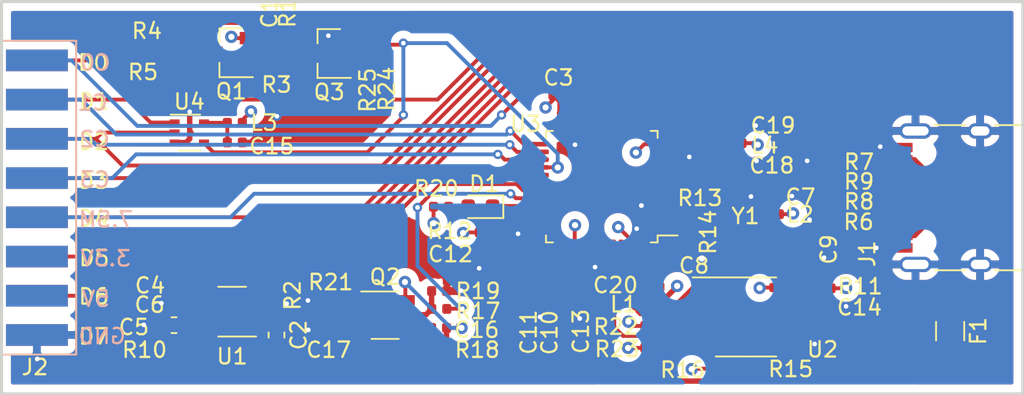
<source format=kicad_pcb>
(kicad_pcb (version 20171130) (host pcbnew "(5.1.6)-1")
  (layers (0 Top.Cu signal hide) (1 GND.Cu signal hide) (2 VCC.Cu signal hide) (31 Bottom.Cu signal hide) (34 B.Paste user hide) (35 F.Paste user hide) (36 B.SilkS user hide) (37 F.SilkS user hide) (38 B.Mask user) (39 F.Mask user hide) (44 Edge.Cuts user))
  (net 0 "")
  (net 1 /PU_EN#)
  (net 2 /+3.3V_FTOUT)
  (net 3 /VBUS_5V)
  (net 4 GND)
  (net 5 /+3.3V_VCCIO)
  (net 6 "Net-(C4-Pad1)")
  (net 7 /+3.3V_RAW)
  (net 8 /+3.3V_PHY)
  (net 9 "Net-(C8-Pad2)")
  (net 10 "Net-(C9-Pad2)")
  (net 11 "Net-(C10-Pad1)")
  (net 12 "Net-(C11-Pad1)")
  (net 13 /+3.3V_ROM)
  (net 14 VCC)
  (net 15 "Net-(C16-Pad1)")
  (net 16 /+5V_OUT)
  (net 17 /+3.3V_PLL)
  (net 18 /CONFIG_DONE#)
  (net 19 /CONFIG_DONE)
  (net 20 /VBUS_RAW)
  (net 21 /D+)
  (net 22 "Net-(J1-PadB5)")
  (net 23 "Net-(J1-PadA8)")
  (net 24 /D-)
  (net 25 "Net-(J1-PadA5)")
  (net 26 "Net-(J1-PadB8)")
  (net 27 /5V_OUT)
  (net 28 /3.3V_OUT)
  (net 29 /7.5M_CLK)
  (net 30 /C3)
  (net 31 /C2)
  (net 32 /C1)
  (net 33 /C0)
  (net 34 /D7)
  (net 35 /D6)
  (net 36 /D5)
  (net 37 /D4)
  (net 38 /D3)
  (net 39 /D2)
  (net 40 /D1)
  (net 41 /D0)
  (net 42 /+3.3V_PU)
  (net 43 "Net-(Q2-Pad1)")
  (net 44 /5V_EN)
  (net 45 /3.3V_OUT_EN)
  (net 46 /DM)
  (net 47 /DP)
  (net 48 /+3.3V_OUT)
  (net 49 "Net-(R13-Pad1)")
  (net 50 "Net-(R15-Pad2)")
  (net 51 /EE_DATA)
  (net 52 /5V_OUT_EN)
  (net 53 /EE_CS)
  (net 54 /EE_CLK)
  (net 55 "Net-(U2-Pad6)")
  (net 56 "Net-(U2-Pad7)")
  (net 57 /I2C_CONNECT)
  (net 58 "Net-(Q3-Pad1)")
  (net 59 "Net-(Q3-Pad3)")
  (net 60 "Net-(U3-Pad30)")
  (net 61 /FT_RST)
  (module sl_v2:Connector_02X08_SMD_C (layer Top.Cu) (at 127.889 98.044)
    (fp_text reference J2 (at -0.127 10.9728) (layer F.SilkS))
    (fp_text value Conn_02x08_Top_Bottom)
    (pad 1 smd rect (at 0 -8.89) (size 4 1.4) (layers Top.Cu F.Paste F.Mask) (net 41 /D0))
    (pad 2 smd rect (at 0 -6.35) (size 4 1.4) (layers Top.Cu F.Paste F.Mask) (net 40 /D1))
    (pad 3 smd rect (at 0 -3.81) (size 4 1.4) (layers Top.Cu F.Paste F.Mask) (net 39 /D2))
    (pad 4 smd rect (at 0 -1.27) (size 4 1.4) (layers Top.Cu F.Paste F.Mask) (net 38 /D3))
    (pad 5 smd rect (at 0 1.27) (size 4 1.4) (layers Top.Cu F.Paste F.Mask) (net 37 /D4))
    (pad 6 smd rect (at 0 3.81) (size 4 1.4) (layers Top.Cu F.Paste F.Mask) (net 36 /D5))
    (pad 7 smd rect (at 0 6.35) (size 4 1.4) (layers Top.Cu F.Paste F.Mask) (net 35 /D6))
    (pad 8 smd rect (at 0 8.89) (size 4 1.4) (layers Top.Cu F.Paste F.Mask) (net 34 /D7))
    (pad 9 smd rect (at 0 -8.89) (size 4 1.4) (layers Bottom.Cu B.Paste B.Mask) (net 33 /C0))
    (pad 10 smd rect (at 0 -6.35) (size 4 1.4) (layers Bottom.Cu B.Paste B.Mask) (net 32 /C1))
    (pad 11 smd rect (at 0 -3.81) (size 4 1.4) (layers Bottom.Cu B.Paste B.Mask) (net 31 /C2))
    (pad 12 smd rect (at 0 -1.27) (size 4 1.4) (layers Bottom.Cu B.Paste B.Mask) (net 30 /C3))
    (pad 13 smd rect (at 0 1.27) (size 4 1.4) (layers Bottom.Cu B.Paste B.Mask) (net 29 /7.5M_CLK))
    (pad 14 smd rect (at 0 3.81) (size 4 1.4) (layers Bottom.Cu B.Paste B.Mask) (net 28 /3.3V_OUT))
    (pad 15 smd rect (at 0 6.35) (size 4 1.4) (layers Bottom.Cu B.Paste B.Mask) (net 27 /5V_OUT))
    (pad 16 smd rect (at 0 8.89) (size 4 1.4) (layers Bottom.Cu B.Paste B.Mask) (net 4 GND))
  )
  (module Capacitor_SMD:C_0603_1608Metric (layer Top.Cu) (at 143.383 106.9341 270)
    (fp_text reference C2 (at 0 -1.43 90) (layer F.SilkS))
    (fp_text value C_0603_4.7uF_10V_X7R)
    (pad 1 smd roundrect (at -0.7875 0 270) (size 0.875 0.95) (layers Top.Cu F.Paste F.Mask) (net 4 GND))
    (pad 2 smd roundrect (at 0.7875 0 270) (size 0.875 0.95) (layers Top.Cu F.Paste F.Mask) (net 3 /VBUS_5V))
  )
  (module Resistor_SMD:R_0402_1005Metric (layer Top.Cu) (at 174.1932 109.1184 180)
    (fp_text reference R15 (at -2.4384 -0.0254) (layer F.SilkS))
    (fp_text value R_0402_2.2K_5%)
    (pad 2 smd roundrect (at 0.485 0 180) (size 0.59 0.64) (layers Top.Cu F.Paste F.Mask) (net 50 "Net-(R15-Pad2)"))
    (pad 1 smd roundrect (at -0.485 0 180) (size 0.59 0.64) (layers Top.Cu F.Paste F.Mask) (net 51 /EE_DATA))
  )
  (module Resistor_SMD:R_0402_1005Metric (layer Top.Cu) (at 167.6932 106.3498 180)
    (fp_text reference R22 (at 2.3646 -0.0508) (layer F.SilkS))
    (fp_text value R_040210K_5%)
    (pad 1 smd roundrect (at -0.485 0 180) (size 0.59 0.64) (layers Top.Cu F.Paste F.Mask) (net 53 /EE_CS))
    (pad 2 smd roundrect (at 0.485 0 180) (size 0.59 0.64) (layers Top.Cu F.Paste F.Mask) (net 13 /+3.3V_ROM))
  )
  (module Capacitor_SMD:C_0402_1005Metric (layer Top.Cu) (at 160.909 104.3686 270)
    (fp_text reference C10 (at 2.413 -0.127 90) (layer F.SilkS))
    (fp_text value C_0402_100nF_16V_X7R)
    (pad 1 smd roundrect (at -0.485 0 270) (size 0.59 0.64) (layers Top.Cu F.Paste F.Mask) (net 11 "Net-(C10-Pad1)"))
    (pad 2 smd roundrect (at 0.485 0 270) (size 0.59 0.64) (layers Top.Cu F.Paste F.Mask) (net 4 GND))
  )
  (module Package_TO_SOT_SMD:SOT-353_SC-70-5 (layer Top.Cu) (at 137.7442 93.8276)
    (fp_text reference U4 (at 0 -2) (layer F.SilkS))
    (fp_text value 74LVC1G66)
    (pad 1 smd rect (at -0.95 -0.65) (size 0.65 0.4) (layers Top.Cu F.Paste F.Mask) (net 40 /D1))
    (pad 3 smd rect (at -0.95 0.65) (size 0.65 0.4) (layers Top.Cu F.Paste F.Mask) (net 4 GND))
    (pad 2 smd rect (at -0.95 0) (size 0.65 0.4) (layers Top.Cu F.Paste F.Mask) (net 39 /D2))
    (pad 4 smd rect (at 0.95 0.65) (size 0.65 0.4) (layers Top.Cu F.Paste F.Mask) (net 57 /I2C_CONNECT))
    (pad 5 smd rect (at 0.95 -0.65) (size 0.65 0.4) (layers Top.Cu F.Paste F.Mask) (net 14 VCC))
  )
  (module Inductor_SMD:L_0402_1005Metric (layer Top.Cu) (at 140.6882 93.1926 180)
    (fp_text reference L3 (at -1.882 0) (layer F.SilkS))
    (fp_text value 100ohm_bead)
    (pad 2 smd roundrect (at 0.485 0 180) (size 0.59 0.64) (layers Top.Cu F.Paste F.Mask) (net 14 VCC))
    (pad 1 smd roundrect (at -0.485 0 180) (size 0.59 0.64) (layers Top.Cu F.Paste F.Mask) (net 2 /+3.3V_FTOUT))
  )
  (module Capacitor_SMD:C_0402_1005Metric (layer Top.Cu) (at 140.6882 94.4626)
    (fp_text reference C15 (at 2.39 0.254) (layer F.SilkS))
    (fp_text value C_0402_100nF_16V_X7R)
    (pad 2 smd roundrect (at 0.485 0) (size 0.59 0.64) (layers Top.Cu F.Paste F.Mask) (net 4 GND))
    (pad 1 smd roundrect (at -0.485 0) (size 0.59 0.64) (layers Top.Cu F.Paste F.Mask) (net 14 VCC))
  )
  (module Capacitor_SMD:C_0402_1005Metric (layer Top.Cu) (at 144.0434 87.861 90)
    (fp_text reference C1 (at 1.755 -1.1176 90) (layer F.SilkS))
    (fp_text value C_0402_100nF_16V_X7R)
    (pad 1 smd roundrect (at -0.485 0 90) (size 0.59 0.64) (layers Top.Cu F.Paste F.Mask) (net 1 /PU_EN#))
    (pad 2 smd roundrect (at 0.485 0 90) (size 0.59 0.64) (layers Top.Cu F.Paste F.Mask) (net 2 /+3.3V_FTOUT))
  )
  (module Capacitor_SMD:C_0402_1005Metric (layer Top.Cu) (at 161.7448 91.4146 180)
    (fp_text reference C3 (at 0.1246 1.143) (layer F.SilkS))
    (fp_text value C_0402_100nF_16V_X7R)
    (pad 1 smd roundrect (at -0.485 0 180) (size 0.59 0.64) (layers Top.Cu F.Paste F.Mask) (net 4 GND))
    (pad 2 smd roundrect (at 0.485 0 180) (size 0.59 0.64) (layers Top.Cu F.Paste F.Mask) (net 5 /+3.3V_VCCIO))
  )
  (module Capacitor_SMD:C_0402_1005Metric (layer Top.Cu) (at 137.31 103.632 180)
    (fp_text reference C4 (at 2.1058 -0.1016) (layer F.SilkS))
    (fp_text value NC)
    (pad 2 smd roundrect (at 0.485 0 180) (size 0.59 0.64) (layers Top.Cu F.Paste F.Mask) (net 4 GND))
    (pad 1 smd roundrect (at -0.485 0 180) (size 0.59 0.64) (layers Top.Cu F.Paste F.Mask) (net 6 "Net-(C4-Pad1)"))
  )
  (module Capacitor_SMD:C_0603_1608Metric (layer Top.Cu) (at 136.7535 106.299 180)
    (fp_text reference C5 (at 2.5907 -0.127) (layer F.SilkS))
    (fp_text value C_0603_4.7uF_10V_X7R)
    (pad 1 smd roundrect (at -0.7875 0 180) (size 0.875 0.95) (layers Top.Cu F.Paste F.Mask) (net 7 /+3.3V_RAW))
    (pad 2 smd roundrect (at 0.7875 0 180) (size 0.875 0.95) (layers Top.Cu F.Paste F.Mask) (net 4 GND))
  )
  (module Capacitor_SMD:C_0402_1005Metric (layer Top.Cu) (at 137.31 104.902 180)
    (fp_text reference C6 (at 2.1312 -0.0762) (layer F.SilkS))
    (fp_text value C_0402_100nF_16V_X7R)
    (pad 1 smd roundrect (at -0.485 0 180) (size 0.59 0.64) (layers Top.Cu F.Paste F.Mask) (net 7 /+3.3V_RAW))
    (pad 2 smd roundrect (at 0.485 0 180) (size 0.59 0.64) (layers Top.Cu F.Paste F.Mask) (net 4 GND))
  )
  (module Capacitor_SMD:C_0402_1005Metric (layer Top.Cu) (at 175.4148 97.9678 180)
    (fp_text reference C7 (at -1.8518 -0.0254) (layer F.SilkS))
    (fp_text value C_0402_100nF_16V_X7R)
    (pad 1 smd roundrect (at -0.485 0 180) (size 0.59 0.64) (layers Top.Cu F.Paste F.Mask) (net 4 GND))
    (pad 2 smd roundrect (at 0.485 0 180) (size 0.59 0.64) (layers Top.Cu F.Paste F.Mask) (net 8 /+3.3V_PHY))
  )
  (module Capacitor_SMD:C_0402_1005Metric (layer Top.Cu) (at 172.2628 102.2858)
    (fp_text reference C8 (at -1.8796 0.1524) (layer F.SilkS))
    (fp_text value C_0402_20pF_50V_C0G)
    (pad 1 smd roundrect (at -0.485 0) (size 0.59 0.64) (layers Top.Cu F.Paste F.Mask) (net 4 GND))
    (pad 2 smd roundrect (at 0.485 0) (size 0.59 0.64) (layers Top.Cu F.Paste F.Mask) (net 9 "Net-(C8-Pad2)"))
  )
  (module Capacitor_SMD:C_0402_1005Metric (layer Top.Cu) (at 177.9016 101.3738 90)
    (fp_text reference C9 (at -0.023 1.1938 90) (layer F.SilkS))
    (fp_text value C_0402_20pF_50V_C0G)
    (pad 2 smd roundrect (at 0.485 0 90) (size 0.59 0.64) (layers Top.Cu F.Paste F.Mask) (net 10 "Net-(C9-Pad2)"))
    (pad 1 smd roundrect (at -0.485 0 90) (size 0.59 0.64) (layers Top.Cu F.Paste F.Mask) (net 4 GND))
  )
  (module Capacitor_SMD:C_0402_1005Metric (layer Top.Cu) (at 159.7914 104.371 270)
    (fp_text reference C11 (at 2.3852 0.1016 90) (layer F.SilkS))
    (fp_text value C_0402_100nF_16V_X7R)
    (pad 1 smd roundrect (at -0.485 0 270) (size 0.59 0.64) (layers Top.Cu F.Paste F.Mask) (net 12 "Net-(C11-Pad1)"))
    (pad 2 smd roundrect (at 0.485 0 270) (size 0.59 0.64) (layers Top.Cu F.Paste F.Mask) (net 4 GND))
  )
  (module Capacitor_SMD:C_0402_1005Metric (layer Top.Cu) (at 156.9974 101.7905)
    (fp_text reference C12 (at -2.3622 -0.0889) (layer F.SilkS))
    (fp_text value C_0402_100nF_16V_X7R)
    (pad 2 smd roundrect (at 0.485 0) (size 0.59 0.64) (layers Top.Cu F.Paste F.Mask) (net 61 /FT_RST))
    (pad 1 smd roundrect (at -0.485 0) (size 0.59 0.64) (layers Top.Cu F.Paste F.Mask) (net 4 GND))
  )
  (module Capacitor_SMD:C_0402_1005Metric (layer Top.Cu) (at 162.941 104.3456 90)
    (fp_text reference C13 (at -2.3598 0.127 90) (layer F.SilkS))
    (fp_text value C_0402_1uF_10V_X7R)
    (pad 1 smd roundrect (at -0.485 0 90) (size 0.59 0.64) (layers Top.Cu F.Paste F.Mask) (net 4 GND))
    (pad 2 smd roundrect (at 0.485 0 90) (size 0.59 0.64) (layers Top.Cu F.Paste F.Mask) (net 3 /VBUS_5V))
  )
  (module Capacitor_SMD:C_0402_1005Metric (layer Top.Cu) (at 178.7676 105.0544 180)
    (fp_text reference C14 (at -2.309 -0.1016) (layer F.SilkS))
    (fp_text value C_0402_100nF_16V_X7R)
    (pad 2 smd roundrect (at 0.485 0 180) (size 0.59 0.64) (layers Top.Cu F.Paste F.Mask) (net 13 /+3.3V_ROM))
    (pad 1 smd roundrect (at -0.485 0 180) (size 0.59 0.64) (layers Top.Cu F.Paste F.Mask) (net 4 GND))
  )
  (module Capacitor_SMD:C_0402_1005Metric (layer Top.Cu) (at 153.8962 106.4768 180)
    (fp_text reference C16 (at -2.4408 -0.127) (layer F.SilkS))
    (fp_text value C_0402_100nF_16V_X7R)
    (pad 1 smd roundrect (at -0.485 0 180) (size 0.59 0.64) (layers Top.Cu F.Paste F.Mask) (net 15 "Net-(C16-Pad1)"))
    (pad 2 smd roundrect (at 0.485 0 180) (size 0.59 0.64) (layers Top.Cu F.Paste F.Mask) (net 3 /VBUS_5V))
  )
  (module Capacitor_SMD:C_0402_1005Metric (layer Top.Cu) (at 146.8858 106.5784)
    (fp_text reference C17 (at -0.1246 1.3208) (layer F.SilkS))
    (fp_text value C_0402_100nF_16V_X7R)
    (pad 2 smd roundrect (at 0.485 0) (size 0.59 0.64) (layers Top.Cu F.Paste F.Mask) (net 16 /+5V_OUT))
    (pad 1 smd roundrect (at -0.485 0) (size 0.59 0.64) (layers Top.Cu F.Paste F.Mask) (net 4 GND))
  )
  (module Capacitor_SMD:C_0402_1005Metric (layer Top.Cu) (at 173.0272 95.6564 180)
    (fp_text reference C18 (at -2.3852 -0.3048) (layer F.SilkS))
    (fp_text value C_0402_100nF_16V_X7R)
    (pad 2 smd roundrect (at 0.485 0 180) (size 0.59 0.64) (layers Top.Cu F.Paste F.Mask) (net 17 /+3.3V_PLL))
    (pad 1 smd roundrect (at -0.485 0 180) (size 0.59 0.64) (layers Top.Cu F.Paste F.Mask) (net 4 GND))
  )
  (module LED_SMD:LED_0603_1608Metric (layer Top.Cu) (at 156.5657 98.6282 180)
    (fp_text reference D1 (at -0.2539 1.4732) (layer F.SilkS))
    (fp_text value LED)
    (pad 1 smd roundrect (at -0.7875 0 180) (size 0.875 0.95) (layers Top.Cu F.Paste F.Mask) (net 18 /CONFIG_DONE#))
    (pad 2 smd roundrect (at 0.7875 0 180) (size 0.875 0.95) (layers Top.Cu F.Paste F.Mask) (net 19 /CONFIG_DONE))
  )
  (module Fuse:Fuse_1206_3216Metric (layer Top.Cu) (at 186.944 106.683 270)
    (fp_text reference F1 (at 0 -1.82 90) (layer F.SilkS))
    (fp_text value Fuse_1206_500mA)
    (pad 1 smd roundrect (at -1.4 0 270) (size 1.25 1.75) (layers Top.Cu F.Paste F.Mask) (roundrect_rratio 0.2) (net 20 /VBUS_RAW))
    (pad 2 smd roundrect (at 1.4 0 270) (size 1.25 1.75) (layers Top.Cu F.Paste F.Mask) (roundrect_rratio 0.2) (net 3 /VBUS_5V))
  )
  (module Connector_USB:USB_C_Receptacle_HRO_TYPE-C-31-M-12 (layer Top.Cu) (at 187.833 98.044 90)
    (fp_text reference J1 (at -3.6322 -6.2484 90) (layer F.SilkS))
    (fp_text value USB_C_Receptacle_USB2.0)
    (pad S1 thru_hole oval (at 4.32 1.05 90) (size 1 1.6) (drill oval 0.6 1.2) (layers *.Cu *.Mask) (net 4 GND))
    (pad "" np_thru_hole circle (at 2.89 -2.6 90) (size 0.65 0.65) (drill 0.65) (layers *.Cu *.Mask))
    (pad S1 thru_hole oval (at -4.32 1.05 90) (size 1 1.6) (drill oval 0.6 1.2) (layers *.Cu *.Mask) (net 4 GND))
    (pad "" np_thru_hole circle (at -2.89 -2.6 90) (size 0.65 0.65) (drill 0.65) (layers *.Cu *.Mask))
    (pad S1 thru_hole oval (at -4.32 -3.13 90) (size 1 2.1) (drill oval 0.6 1.7) (layers *.Cu *.Mask) (net 4 GND))
    (pad S1 thru_hole oval (at 4.32 -3.13 90) (size 1 2.1) (drill oval 0.6 1.7) (layers *.Cu *.Mask) (net 4 GND))
    (pad A6 smd rect (at -0.25 -4.045 90) (size 0.3 1.45) (layers Top.Cu F.Paste F.Mask) (net 21 /D+))
    (pad B5 smd rect (at 1.75 -4.045 90) (size 0.3 1.45) (layers Top.Cu F.Paste F.Mask) (net 22 "Net-(J1-PadB5)"))
    (pad A8 smd rect (at 1.25 -4.045 90) (size 0.3 1.45) (layers Top.Cu F.Paste F.Mask) (net 23 "Net-(J1-PadA8)"))
    (pad B6 smd rect (at 0.75 -4.045 90) (size 0.3 1.45) (layers Top.Cu F.Paste F.Mask) (net 21 /D+))
    (pad A7 smd rect (at 0.25 -4.045 90) (size 0.3 1.45) (layers Top.Cu F.Paste F.Mask) (net 24 /D-))
    (pad B7 smd rect (at -0.75 -4.045 90) (size 0.3 1.45) (layers Top.Cu F.Paste F.Mask) (net 24 /D-))
    (pad A5 smd rect (at -1.25 -4.045 90) (size 0.3 1.45) (layers Top.Cu F.Paste F.Mask) (net 25 "Net-(J1-PadA5)"))
    (pad B8 smd rect (at -1.75 -4.045 90) (size 0.3 1.45) (layers Top.Cu F.Paste F.Mask) (net 26 "Net-(J1-PadB8)"))
    (pad A12 smd rect (at 3.25 -4.045 90) (size 0.6 1.45) (layers Top.Cu F.Paste F.Mask) (net 4 GND))
    (pad B4 smd rect (at 2.45 -4.045 90) (size 0.6 1.45) (layers Top.Cu F.Paste F.Mask) (net 20 /VBUS_RAW))
    (pad A4 smd rect (at -2.45 -4.045 90) (size 0.6 1.45) (layers Top.Cu F.Paste F.Mask) (net 20 /VBUS_RAW))
    (pad A1 smd rect (at -3.25 -4.045 90) (size 0.6 1.45) (layers Top.Cu F.Paste F.Mask) (net 4 GND))
    (pad B12 smd rect (at -3.25 -4.045 90) (size 0.6 1.45) (layers Top.Cu F.Paste F.Mask) (net 4 GND))
    (pad B9 smd rect (at -2.45 -4.045 90) (size 0.6 1.45) (layers Top.Cu F.Paste F.Mask) (net 20 /VBUS_RAW))
    (pad A9 smd rect (at 2.45 -4.045 90) (size 0.6 1.45) (layers Top.Cu F.Paste F.Mask) (net 20 /VBUS_RAW))
    (pad B1 smd rect (at 3.25 -4.045 90) (size 0.6 1.45) (layers Top.Cu F.Paste F.Mask) (net 4 GND))
  )
  (module Inductor_SMD:L_0402_1005Metric (layer Top.Cu) (at 167.6932 104.902 180)
    (fp_text reference L1 (at 1.8566 -0.0508) (layer F.SilkS))
    (fp_text value 100ohm_bead)
    (pad 1 smd roundrect (at -0.485 0 180) (size 0.59 0.64) (layers Top.Cu F.Paste F.Mask) (net 2 /+3.3V_FTOUT))
    (pad 2 smd roundrect (at 0.485 0 180) (size 0.59 0.64) (layers Top.Cu F.Paste F.Mask) (net 5 /+3.3V_VCCIO))
  )
  (module Inductor_SMD:L_0402_1005Metric (layer Top.Cu) (at 175.4148 99.1108 180)
    (fp_text reference L2 (at -1.8264 -0.0254) (layer F.SilkS))
    (fp_text value 100_ohm_bead)
    (pad 1 smd roundrect (at -0.485 0 180) (size 0.59 0.64) (layers Top.Cu F.Paste F.Mask) (net 2 /+3.3V_FTOUT))
    (pad 2 smd roundrect (at 0.485 0 180) (size 0.59 0.64) (layers Top.Cu F.Paste F.Mask) (net 8 /+3.3V_PHY))
  )
  (module Inductor_SMD:L_0402_1005Metric (layer Top.Cu) (at 173.0018 94.5134 180)
    (fp_text reference L4 (at -1.9534 -0.1524) (layer F.SilkS))
    (fp_text value 100ohm_bead)
    (pad 2 smd roundrect (at 0.485 0 180) (size 0.59 0.64) (layers Top.Cu F.Paste F.Mask) (net 17 /+3.3V_PLL))
    (pad 1 smd roundrect (at -0.485 0 180) (size 0.59 0.64) (layers Top.Cu F.Paste F.Mask) (net 2 /+3.3V_FTOUT))
  )
  (module Package_TO_SOT_SMD:SOT-23 (layer Top.Cu) (at 140.4526 88.6612 180)
    (fp_text reference Q1 (at 0 -2.5) (layer F.SilkS))
    (fp_text value AO3401A)
    (pad 1 smd rect (at -1 -0.95 180) (size 0.9 0.8) (layers Top.Cu F.Paste F.Mask) (net 1 /PU_EN#))
    (pad 2 smd rect (at -1 0.95 180) (size 0.9 0.8) (layers Top.Cu F.Paste F.Mask) (net 2 /+3.3V_FTOUT))
    (pad 3 smd rect (at 1 0 180) (size 0.9 0.8) (layers Top.Cu F.Paste F.Mask) (net 42 /+3.3V_PU))
  )
  (module Package_TO_SOT_SMD:TSOT-23-6 (layer Top.Cu) (at 150.4061 105.6259)
    (fp_text reference Q2 (at 0 -2.45) (layer F.SilkS))
    (fp_text value FDC6330L)
    (pad 1 smd rect (at -1.31 -0.95) (size 1.22 0.65) (layers Top.Cu F.Paste F.Mask) (net 43 "Net-(Q2-Pad1)"))
    (pad 2 smd rect (at -1.31 0) (size 1.22 0.65) (layers Top.Cu F.Paste F.Mask) (net 16 /+5V_OUT))
    (pad 3 smd rect (at -1.31 0.95) (size 1.22 0.65) (layers Top.Cu F.Paste F.Mask) (net 16 /+5V_OUT))
    (pad 4 smd rect (at 1.31 0.95) (size 1.22 0.65) (layers Top.Cu F.Paste F.Mask) (net 3 /VBUS_5V))
    (pad 5 smd rect (at 1.31 0) (size 1.22 0.65) (layers Top.Cu F.Paste F.Mask) (net 44 /5V_EN))
    (pad 6 smd rect (at 1.31 -0.95) (size 1.22 0.65) (layers Top.Cu F.Paste F.Mask) (net 15 "Net-(C16-Pad1)"))
  )
  (module Resistor_SMD:R_0402_1005Metric (layer Top.Cu) (at 142.875 87.9118 270)
    (fp_text reference R1 (at -1.8312 -1.2192 90) (layer F.SilkS))
    (fp_text value R_0402_100K_5%)
    (pad 2 smd roundrect (at 0.485 0 270) (size 0.59 0.64) (layers Top.Cu F.Paste F.Mask) (net 1 /PU_EN#))
    (pad 1 smd roundrect (at -0.485 0 270) (size 0.59 0.64) (layers Top.Cu F.Paste F.Mask) (net 2 /+3.3V_FTOUT))
  )
  (module Resistor_SMD:R_0402_1005Metric (layer Top.Cu) (at 143.256 104.371 270)
    (fp_text reference R2 (at 0 -1.17 90) (layer F.SilkS))
    (fp_text value R_0402_100K_5%)
    (pad 1 smd roundrect (at -0.485 0 270) (size 0.59 0.64) (layers Top.Cu F.Paste F.Mask) (net 45 /3.3V_OUT_EN))
    (pad 2 smd roundrect (at 0.485 0 270) (size 0.59 0.64) (layers Top.Cu F.Paste F.Mask) (net 4 GND))
  )
  (module Resistor_SMD:R_0402_1005Metric (layer Top.Cu) (at 143.3806 89.5604 180)
    (fp_text reference R3 (at 0 -1.17) (layer F.SilkS))
    (fp_text value R_0402_10K_5%)
    (pad 1 smd roundrect (at -0.485 0 180) (size 0.59 0.64) (layers Top.Cu F.Paste F.Mask) (net 59 "Net-(Q3-Pad3)"))
    (pad 2 smd roundrect (at 0.485 0 180) (size 0.59 0.64) (layers Top.Cu F.Paste F.Mask) (net 1 /PU_EN#))
  )
  (module Resistor_SMD:R_0402_1005Metric (layer Top.Cu) (at 137.16 87.376)
    (fp_text reference R4 (at -2.159 -0.127) (layer F.SilkS))
    (fp_text value R_0402_10K_5%)
    (pad 1 smd roundrect (at -0.485 0) (size 0.59 0.64) (layers Top.Cu F.Paste F.Mask) (net 41 /D0))
    (pad 2 smd roundrect (at 0.485 0) (size 0.59 0.64) (layers Top.Cu F.Paste F.Mask) (net 42 /+3.3V_PU))
  )
  (module Resistor_SMD:R_0402_1005Metric (layer Top.Cu) (at 137.183 89.916)
    (fp_text reference R5 (at -2.436 0) (layer F.SilkS))
    (fp_text value R_0402_10K_5%)
    (pad 2 smd roundrect (at 0.485 0) (size 0.59 0.64) (layers Top.Cu F.Paste F.Mask) (net 42 /+3.3V_PU))
    (pad 1 smd roundrect (at -0.485 0) (size 0.59 0.64) (layers Top.Cu F.Paste F.Mask) (net 40 /D1))
  )
  (module Resistor_SMD:R_0402_1005Metric (layer Top.Cu) (at 179.197 99.441)
    (fp_text reference R6 (at 1.8288 0.1778) (layer F.SilkS))
    (fp_text value R_0402_5.1K_5%)
    (pad 1 smd roundrect (at -0.485 0) (size 0.59 0.64) (layers Top.Cu F.Paste F.Mask) (net 4 GND))
    (pad 2 smd roundrect (at 0.485 0) (size 0.59 0.64) (layers Top.Cu F.Paste F.Mask) (net 25 "Net-(J1-PadA5)"))
  )
  (module Resistor_SMD:R_0402_1005Metric (layer Top.Cu) (at 179.197 95.631)
    (fp_text reference R7 (at 1.8542 0.1016) (layer F.SilkS))
    (fp_text value R_0402_5.1K_5%)
    (pad 2 smd roundrect (at 0.485 0) (size 0.59 0.64) (layers Top.Cu F.Paste F.Mask) (net 22 "Net-(J1-PadB5)"))
    (pad 1 smd roundrect (at -0.485 0) (size 0.59 0.64) (layers Top.Cu F.Paste F.Mask) (net 4 GND))
  )
  (module Resistor_SMD:R_0402_1005Metric (layer Top.Cu) (at 179.197 98.171)
    (fp_text reference R8 (at 1.8542 0.127) (layer F.SilkS))
    (fp_text value R_0402_22_5%)
    (pad 1 smd roundrect (at -0.485 0) (size 0.59 0.64) (layers Top.Cu F.Paste F.Mask) (net 46 /DM))
    (pad 2 smd roundrect (at 0.485 0) (size 0.59 0.64) (layers Top.Cu F.Paste F.Mask) (net 24 /D-))
  )
  (module Resistor_SMD:R_0402_1005Metric (layer Top.Cu) (at 179.197 96.901)
    (fp_text reference R9 (at 1.8542 0.1016) (layer F.SilkS))
    (fp_text value R_0402_22_5%)
    (pad 2 smd roundrect (at 0.485 0) (size 0.59 0.64) (layers Top.Cu F.Paste F.Mask) (net 21 /D+))
    (pad 1 smd roundrect (at -0.485 0) (size 0.59 0.64) (layers Top.Cu F.Paste F.Mask) (net 47 /DP))
  )
  (module Resistor_SMD:R_0402_1005Metric (layer Top.Cu) (at 137.31 107.696)
    (fp_text reference R10 (at -2.4614 0.2032) (layer F.SilkS))
    (fp_text value R_0402_0_5%)
    (pad 2 smd roundrect (at 0.485 0) (size 0.59 0.64) (layers Top.Cu F.Paste F.Mask) (net 7 /+3.3V_RAW))
    (pad 1 smd roundrect (at -0.485 0) (size 0.59 0.64) (layers Top.Cu F.Paste F.Mask) (net 48 /+3.3V_OUT))
  )
  (module Resistor_SMD:R_0402_1005Metric (layer Top.Cu) (at 178.7628 103.9114)
    (fp_text reference R11 (at 2.3646 -0.127) (layer F.SilkS))
    (fp_text value R_0402_0_5%)
    (pad 2 smd roundrect (at 0.485 0) (size 0.59 0.64) (layers Top.Cu F.Paste F.Mask) (net 2 /+3.3V_FTOUT))
    (pad 1 smd roundrect (at -0.485 0) (size 0.59 0.64) (layers Top.Cu F.Paste F.Mask) (net 13 /+3.3V_ROM))
  )
  (module Resistor_SMD:R_0402_1005Metric (layer Top.Cu) (at 156.9847 100.2919 180)
    (fp_text reference R12 (at 2.4003 0.0889) (layer F.SilkS))
    (fp_text value R_0402_10K_5%)
    (pad 2 smd roundrect (at 0.485 0 180) (size 0.59 0.64) (layers Top.Cu F.Paste F.Mask) (net 2 /+3.3V_FTOUT))
    (pad 1 smd roundrect (at -0.485 0 180) (size 0.59 0.64) (layers Top.Cu F.Paste F.Mask) (net 61 /FT_RST))
  )
  (module Resistor_SMD:R_0402_1005Metric (layer Top.Cu) (at 172.997 97.9932)
    (fp_text reference R13 (at -2.2328 0.0762) (layer F.SilkS))
    (fp_text value R_0402_12K_1%)
    (pad 2 smd roundrect (at 0.485 0) (size 0.59 0.64) (layers Top.Cu F.Paste F.Mask) (net 4 GND))
    (pad 1 smd roundrect (at -0.485 0) (size 0.59 0.64) (layers Top.Cu F.Paste F.Mask) (net 49 "Net-(R13-Pad1)"))
  )
  (module Resistor_SMD:R_0402_1005Metric (layer Top.Cu) (at 172.4914 100.6626 270)
    (fp_text reference R14 (at -0.3834 1.1938 90) (layer F.SilkS))
    (fp_text value R_0402_1M_5%)
    (pad 1 smd roundrect (at -0.485 0 270) (size 0.59 0.64) (layers Top.Cu F.Paste F.Mask) (net 10 "Net-(C9-Pad2)"))
    (pad 2 smd roundrect (at 0.485 0 270) (size 0.59 0.64) (layers Top.Cu F.Paste F.Mask) (net 9 "Net-(C8-Pad2)"))
  )
  (module Resistor_SMD:R_0402_1005Metric (layer Top.Cu) (at 172.0318 109.1184)
    (fp_text reference R16 (at -2.3852 0.0762) (layer F.SilkS))
    (fp_text value R_040210K_5%)
    (pad 1 smd roundrect (at -0.485 0) (size 0.59 0.64) (layers Top.Cu F.Paste F.Mask) (net 13 /+3.3V_ROM))
    (pad 2 smd roundrect (at 0.485 0) (size 0.59 0.64) (layers Top.Cu F.Paste F.Mask) (net 50 "Net-(R15-Pad2)"))
  )
  (module Resistor_SMD:R_0402_1005Metric (layer Top.Cu) (at 153.9089 105.2449)
    (fp_text reference R17 (at 2.5043 0.1397) (layer F.SilkS))
    (fp_text value R_0402_10K_5%)
    (pad 2 smd roundrect (at 0.485 0) (size 0.59 0.64) (layers Top.Cu F.Paste F.Mask) (net 52 /5V_OUT_EN))
    (pad 1 smd roundrect (at -0.485 0) (size 0.59 0.64) (layers Top.Cu F.Paste F.Mask) (net 44 /5V_EN))
  )
  (module Resistor_SMD:R_0402_1005Metric (layer Top.Cu) (at 153.8859 107.6198 180)
    (fp_text reference R18 (at -2.4765 -0.2794) (layer F.SilkS))
    (fp_text value R_0402_10K_5%)
    (pad 1 smd roundrect (at -0.485 0 180) (size 0.59 0.64) (layers Top.Cu F.Paste F.Mask) (net 15 "Net-(C16-Pad1)"))
    (pad 2 smd roundrect (at 0.485 0 180) (size 0.59 0.64) (layers Top.Cu F.Paste F.Mask) (net 3 /VBUS_5V))
  )
  (module Resistor_SMD:R_0402_1005Metric (layer Top.Cu) (at 153.8986 104.0892 180)
    (fp_text reference R19 (at -2.5146 0) (layer F.SilkS))
    (fp_text value R_0402_47K_5%)
    (pad 1 smd roundrect (at -0.485 0 180) (size 0.59 0.64) (layers Top.Cu F.Paste F.Mask) (net 4 GND))
    (pad 2 smd roundrect (at 0.485 0 180) (size 0.59 0.64) (layers Top.Cu F.Paste F.Mask) (net 44 /5V_EN))
  )
  (module Resistor_SMD:R_0402_1005Metric (layer Top.Cu) (at 154.0232 98.6282)
    (fp_text reference R20 (at -0.3024 -1.17) (layer F.SilkS))
    (fp_text value R_0402_2.2K_5%)
    (pad 1 smd roundrect (at -0.485 0) (size 0.59 0.64) (layers Top.Cu F.Paste F.Mask) (net 2 /+3.3V_FTOUT))
    (pad 2 smd roundrect (at 0.485 0) (size 0.59 0.64) (layers Top.Cu F.Paste F.Mask) (net 19 /CONFIG_DONE))
  )
  (module Resistor_SMD:R_0402_1005Metric (layer Top.Cu) (at 146.8858 104.6861)
    (fp_text reference R21 (at 0 -1.17) (layer F.SilkS))
    (fp_text value R_0402_10K_5%)
    (pad 2 smd roundrect (at 0.485 0) (size 0.59 0.64) (layers Top.Cu F.Paste F.Mask) (net 43 "Net-(Q2-Pad1)"))
    (pad 1 smd roundrect (at -0.485 0) (size 0.59 0.64) (layers Top.Cu F.Paste F.Mask) (net 4 GND))
  )
  (module Resistor_SMD:R_0402_1005Metric (layer Top.Cu) (at 167.6884 107.7722)
    (fp_text reference R23 (at -2.2836 0.0762) (layer F.SilkS))
    (fp_text value R_040210K_5%)
    (pad 1 smd roundrect (at -0.485 0) (size 0.59 0.64) (layers Top.Cu F.Paste F.Mask) (net 13 /+3.3V_ROM))
    (pad 2 smd roundrect (at 0.485 0) (size 0.59 0.64) (layers Top.Cu F.Paste F.Mask) (net 54 /EE_CLK))
  )
  (module Package_TO_SOT_SMD:SOT-23-5 (layer Top.Cu) (at 140.5128 105.4227 180)
    (fp_text reference U1 (at 0 -2.9) (layer F.SilkS))
    (fp_text value TPS73633DBV)
    (pad 1 smd rect (at -1.1 -0.95 180) (size 1.06 0.65) (layers Top.Cu F.Paste F.Mask) (net 3 /VBUS_5V))
    (pad 2 smd rect (at -1.1 0 180) (size 1.06 0.65) (layers Top.Cu F.Paste F.Mask) (net 4 GND))
    (pad 3 smd rect (at -1.1 0.95 180) (size 1.06 0.65) (layers Top.Cu F.Paste F.Mask) (net 45 /3.3V_OUT_EN))
    (pad 4 smd rect (at 1.1 0.95 180) (size 1.06 0.65) (layers Top.Cu F.Paste F.Mask) (net 6 "Net-(C4-Pad1)"))
    (pad 5 smd rect (at 1.1 -0.95 180) (size 1.06 0.65) (layers Top.Cu F.Paste F.Mask) (net 7 /+3.3V_RAW))
  )
  (module Package_SO:SOIC-8_3.9x4.9mm_P1.27mm (layer Top.Cu) (at 173.7472 105.7656)
    (fp_text reference U2 (at 4.9418 2.1082) (layer F.SilkS))
    (fp_text value 93LCxxB)
    (pad 1 smd roundrect (at -2.475 -1.905) (size 1.95 0.6) (layers Top.Cu F.Paste F.Mask) (net 53 /EE_CS))
    (pad 2 smd roundrect (at -2.475 -0.635) (size 1.95 0.6) (layers Top.Cu F.Paste F.Mask) (net 54 /EE_CLK))
    (pad 3 smd roundrect (at -2.475 0.635) (size 1.95 0.6) (layers Top.Cu F.Paste F.Mask) (net 51 /EE_DATA))
    (pad 4 smd roundrect (at -2.475 1.905) (size 1.95 0.6) (layers Top.Cu F.Paste F.Mask) (net 50 "Net-(R15-Pad2)"))
    (pad 5 smd roundrect (at 2.475 1.905) (size 1.95 0.6) (layers Top.Cu F.Paste F.Mask) (net 4 GND))
    (pad 6 smd roundrect (at 2.475 0.635) (size 1.95 0.6) (layers Top.Cu F.Paste F.Mask) (net 55 "Net-(U2-Pad6)"))
    (pad 7 smd roundrect (at 2.475 -0.635) (size 1.95 0.6) (layers Top.Cu F.Paste F.Mask) (net 56 "Net-(U2-Pad7)"))
    (pad 8 smd roundrect (at 2.475 -1.905) (size 1.95 0.6) (layers Top.Cu F.Paste F.Mask) (net 13 /+3.3V_ROM))
  )
  (module Package_QFP:LQFP-48_7x7mm_P0.5mm (layer Top.Cu) (at 164.4182 97.3297 180)
    (fp_text reference U3 (at 4.9316 4.0609) (layer F.SilkS))
    (fp_text value FT232H)
    (pad 1 smd roundrect (at -4.1625 -2.75 180) (size 1.475 0.3) (layers Top.Cu F.Paste F.Mask) (net 9 "Net-(C8-Pad2)"))
    (pad 2 smd roundrect (at -4.1625 -2.25 180) (size 1.475 0.3) (layers Top.Cu F.Paste F.Mask) (net 10 "Net-(C9-Pad2)"))
    (pad 3 smd roundrect (at -4.1625 -1.75 180) (size 1.475 0.3) (layers Top.Cu F.Paste F.Mask) (net 8 /+3.3V_PHY))
    (pad 4 smd roundrect (at -4.1625 -1.25 180) (size 1.475 0.3) (layers Top.Cu F.Paste F.Mask) (net 4 GND))
    (pad 5 smd roundrect (at -4.1625 -0.75 180) (size 1.475 0.3) (layers Top.Cu F.Paste F.Mask) (net 49 "Net-(R13-Pad1)"))
    (pad 6 smd roundrect (at -4.1625 -0.25 180) (size 1.475 0.3) (layers Top.Cu F.Paste F.Mask) (net 46 /DM))
    (pad 7 smd roundrect (at -4.1625 0.25 180) (size 1.475 0.3) (layers Top.Cu F.Paste F.Mask) (net 47 /DP))
    (pad 8 smd roundrect (at -4.1625 0.75 180) (size 1.475 0.3) (layers Top.Cu F.Paste F.Mask) (net 17 /+3.3V_PLL))
    (pad 9 smd roundrect (at -4.1625 1.25 180) (size 1.475 0.3) (layers Top.Cu F.Paste F.Mask) (net 4 GND))
    (pad 10 smd roundrect (at -4.1625 1.75 180) (size 1.475 0.3) (layers Top.Cu F.Paste F.Mask) (net 4 GND))
    (pad 11 smd roundrect (at -4.1625 2.25 180) (size 1.475 0.3) (layers Top.Cu F.Paste F.Mask) (net 4 GND))
    (pad 12 smd roundrect (at -4.1625 2.75 180) (size 1.475 0.3) (layers Top.Cu F.Paste F.Mask) (net 5 /+3.3V_VCCIO))
    (pad 13 smd roundrect (at -2.75 4.1625 180) (size 0.3 1.475) (layers Top.Cu F.Paste F.Mask) (net 41 /D0))
    (pad 14 smd roundrect (at -2.25 4.1625 180) (size 0.3 1.475) (layers Top.Cu F.Paste F.Mask) (net 40 /D1))
    (pad 15 smd roundrect (at -1.75 4.1625 180) (size 0.3 1.475) (layers Top.Cu F.Paste F.Mask) (net 39 /D2))
    (pad 16 smd roundrect (at -1.25 4.1625 180) (size 0.3 1.475) (layers Top.Cu F.Paste F.Mask) (net 38 /D3))
    (pad 17 smd roundrect (at -0.75 4.1625 180) (size 0.3 1.475) (layers Top.Cu F.Paste F.Mask) (net 37 /D4))
    (pad 18 smd roundrect (at -0.25 4.1625 180) (size 0.3 1.475) (layers Top.Cu F.Paste F.Mask) (net 36 /D5))
    (pad 19 smd roundrect (at 0.25 4.1625 180) (size 0.3 1.475) (layers Top.Cu F.Paste F.Mask) (net 35 /D6))
    (pad 20 smd roundrect (at 0.75 4.1625 180) (size 0.3 1.475) (layers Top.Cu F.Paste F.Mask) (net 34 /D7))
    (pad 21 smd roundrect (at 1.25 4.1625 180) (size 0.3 1.475) (layers Top.Cu F.Paste F.Mask) (net 33 /C0))
    (pad 22 smd roundrect (at 1.75 4.1625 180) (size 0.3 1.475) (layers Top.Cu F.Paste F.Mask) (net 4 GND))
    (pad 23 smd roundrect (at 2.25 4.1625 180) (size 0.3 1.475) (layers Top.Cu F.Paste F.Mask) (net 4 GND))
    (pad 24 smd roundrect (at 2.75 4.1625 180) (size 0.3 1.475) (layers Top.Cu F.Paste F.Mask) (net 5 /+3.3V_VCCIO))
    (pad 25 smd roundrect (at 4.1625 2.75 180) (size 1.475 0.3) (layers Top.Cu F.Paste F.Mask) (net 32 /C1))
    (pad 26 smd roundrect (at 4.1625 2.25 180) (size 1.475 0.3) (layers Top.Cu F.Paste F.Mask) (net 31 /C2))
    (pad 27 smd roundrect (at 4.1625 1.75 180) (size 1.475 0.3) (layers Top.Cu F.Paste F.Mask) (net 30 /C3))
    (pad 28 smd roundrect (at 4.1625 1.25 180) (size 1.475 0.3) (layers Top.Cu F.Paste F.Mask) (net 57 /I2C_CONNECT))
    (pad 29 smd roundrect (at 4.1625 0.75 180) (size 1.475 0.3) (layers Top.Cu F.Paste F.Mask) (net 45 /3.3V_OUT_EN))
    (pad 30 smd roundrect (at 4.1625 0.25 180) (size 1.475 0.3) (layers Top.Cu F.Paste F.Mask) (net 60 "Net-(U3-Pad30)"))
    (pad 31 smd roundrect (at 4.1625 -0.25 180) (size 1.475 0.3) (layers Top.Cu F.Paste F.Mask) (net 52 /5V_OUT_EN))
    (pad 32 smd roundrect (at 4.1625 -0.75 180) (size 1.475 0.3) (layers Top.Cu F.Paste F.Mask) (net 29 /7.5M_CLK))
    (pad 33 smd roundrect (at 4.1625 -1.25 180) (size 1.475 0.3) (layers Top.Cu F.Paste F.Mask) (net 18 /CONFIG_DONE#))
    (pad 34 smd roundrect (at 4.1625 -1.75 180) (size 1.475 0.3) (layers Top.Cu F.Paste F.Mask) (net 61 /FT_RST))
    (pad 35 smd roundrect (at 4.1625 -2.25 180) (size 1.475 0.3) (layers Top.Cu F.Paste F.Mask) (net 4 GND))
    (pad 36 smd roundrect (at 4.1625 -2.75 180) (size 1.475 0.3) (layers Top.Cu F.Paste F.Mask) (net 4 GND))
    (pad 37 smd roundrect (at 2.75 -4.1625 180) (size 0.3 1.475) (layers Top.Cu F.Paste F.Mask) (net 12 "Net-(C11-Pad1)"))
    (pad 38 smd roundrect (at 2.25 -4.1625 180) (size 0.3 1.475) (layers Top.Cu F.Paste F.Mask) (net 11 "Net-(C10-Pad1)"))
    (pad 39 smd roundrect (at 1.75 -4.1625 180) (size 0.3 1.475) (layers Top.Cu F.Paste F.Mask) (net 2 /+3.3V_FTOUT))
    (pad 40 smd roundrect (at 1.25 -4.1625 180) (size 0.3 1.475) (layers Top.Cu F.Paste F.Mask) (net 3 /VBUS_5V))
    (pad 41 smd roundrect (at 0.75 -4.1625 180) (size 0.3 1.475) (layers Top.Cu F.Paste F.Mask) (net 4 GND))
    (pad 42 smd roundrect (at 0.25 -4.1625 180) (size 0.3 1.475) (layers Top.Cu F.Paste F.Mask) (net 4 GND))
    (pad 43 smd roundrect (at -0.25 -4.1625 180) (size 0.3 1.475) (layers Top.Cu F.Paste F.Mask) (net 51 /EE_DATA))
    (pad 44 smd roundrect (at -0.75 -4.1625 180) (size 0.3 1.475) (layers Top.Cu F.Paste F.Mask) (net 54 /EE_CLK))
    (pad 45 smd roundrect (at -1.25 -4.1625 180) (size 0.3 1.475) (layers Top.Cu F.Paste F.Mask) (net 53 /EE_CS))
    (pad 46 smd roundrect (at -1.75 -4.1625 180) (size 0.3 1.475) (layers Top.Cu F.Paste F.Mask) (net 5 /+3.3V_VCCIO))
    (pad 47 smd roundrect (at -2.25 -4.1625 180) (size 0.3 1.475) (layers Top.Cu F.Paste F.Mask) (net 4 GND))
    (pad 48 smd roundrect (at -2.75 -4.1625 180) (size 0.3 1.475) (layers Top.Cu F.Paste F.Mask) (net 4 GND))
  )
  (module Oscillator:Oscillator_SMD_EuroQuartz_XO32-4Pin_3.2x2.5mm (layer Top.Cu) (at 175.3026 101.3082)
    (fp_text reference Y1 (at -1.592 -2.0704) (layer F.SilkS))
    (fp_text value Crystal_GND24_Small)
    (pad 1 smd rect (at -1.075 0.775) (size 1 0.9) (layers Top.Cu F.Paste F.Mask) (net 9 "Net-(C8-Pad2)"))
    (pad 2 smd rect (at 1.075 0.775) (size 1 0.9) (layers Top.Cu F.Paste F.Mask) (net 4 GND))
    (pad 3 smd rect (at 1.075 -0.775) (size 1 0.9) (layers Top.Cu F.Paste F.Mask) (net 10 "Net-(C9-Pad2)"))
    (pad 4 smd rect (at -1.075 -0.775) (size 1 0.9) (layers Top.Cu F.Paste F.Mask) (net 4 GND))
  )
  (module Package_TO_SOT_SMD:SOT-23 (layer Top.Cu) (at 146.796 88.707 180)
    (fp_text reference Q3 (at 0 -2.5) (layer F.SilkS))
    (fp_text value MMBT3904)
    (pad 1 smd rect (at -1 -0.95 180) (size 0.9 0.8) (layers Top.Cu F.Paste F.Mask) (net 58 "Net-(Q3-Pad1)"))
    (pad 2 smd rect (at -1 0.95 180) (size 0.9 0.8) (layers Top.Cu F.Paste F.Mask) (net 4 GND))
    (pad 3 smd rect (at 1 0 180) (size 0.9 0.8) (layers Top.Cu F.Paste F.Mask) (net 59 "Net-(Q3-Pad3)"))
  )
  (module Resistor_SMD:R_0402_1005Metric (layer Top.Cu) (at 150.368 88.623 270)
    (fp_text reference R24 (at 2.3852 -0.1524 90) (layer F.SilkS))
    (fp_text value R_0402_47K_5%)
    (pad 1 smd roundrect (at -0.485 0 270) (size 0.59 0.64) (layers Top.Cu F.Paste F.Mask) (net 57 /I2C_CONNECT))
    (pad 2 smd roundrect (at 0.485 0 270) (size 0.59 0.64) (layers Top.Cu F.Paste F.Mask) (net 58 "Net-(Q3-Pad1)"))
  )
  (module Resistor_SMD:R_0402_1005Metric (layer Top.Cu) (at 149.225 88.623 90)
    (fp_text reference R25 (at -2.4614 0.0508 90) (layer F.SilkS))
    (fp_text value R_0402_47K_5%)
    (pad 2 smd roundrect (at 0.485 0 90) (size 0.59 0.64) (layers Top.Cu F.Paste F.Mask) (net 4 GND))
    (pad 1 smd roundrect (at -0.485 0 90) (size 0.59 0.64) (layers Top.Cu F.Paste F.Mask) (net 58 "Net-(Q3-Pad1)"))
  )
  (module Capacitor_SMD:C_0402_1005Metric (layer Top.Cu) (at 172.9994 93.3704 180)
    (fp_text reference C19 (at -2.4892 0) (layer F.SilkS))
    (fp_text value C_0402_100nF_16V_X7R)
    (pad 1 smd roundrect (at -0.485 0 180) (size 0.59 0.64) (layers Top.Cu F.Paste F.Mask) (net 4 GND))
    (pad 2 smd roundrect (at 0.485 0 180) (size 0.59 0.64) (layers Top.Cu F.Paste F.Mask) (net 5 /+3.3V_VCCIO))
  )
  (module Capacitor_SMD:C_0402_1005Metric (layer Top.Cu) (at 167.6884 103.8352 180)
    (fp_text reference C20 (at 2.3852 0.127) (layer F.SilkS))
    (fp_text value C_0402_100nF_16V_X7R)
    (pad 1 smd roundrect (at -0.485 0 180) (size 0.59 0.64) (layers Top.Cu F.Paste F.Mask) (net 4 GND))
    (pad 2 smd roundrect (at 0.485 0 180) (size 0.59 0.64) (layers Top.Cu F.Paste F.Mask) (net 5 /+3.3V_VCCIO))
  )
  (gr_text "GND\n" (at 132.1054 107.0102) (layer B.SilkS) (effects (font (size 1 1)) (justify mirror)))
  (gr_text 5V (at 131.699 104.5972) (layer B.SilkS) (effects (font (size 1 1)) (justify mirror)))
  (gr_text "3.3V\n" (at 132.334 101.981) (layer B.SilkS) (effects (font (size 1 1)) (justify mirror)))
  (gr_text "7.5M\n" (at 132.3594 99.4664) (layer B.SilkS) (effects (font (size 1 1)) (justify mirror)))
  (gr_text C3 (at 131.6482 96.8756) (layer B.SilkS) (effects (font (size 1 1)) (justify mirror)))
  (gr_text C2 (at 131.6228 94.2594) (layer B.SilkS) (effects (font (size 1 1)) (justify mirror)))
  (gr_text C1 (at 131.4958 91.8972) (layer B.SilkS) (effects (font (size 1 1)) (justify mirror)))
  (gr_text C0 (at 131.6736 89.3064) (layer B.SilkS) (effects (font (size 1 1)) (justify mirror)))
  (gr_text D7 (at 131.572 107.0356) (layer F.SilkS) (effects (font (size 1 1))))
  (gr_text D6 (at 131.572 104.4448) (layer F.SilkS) (effects (font (size 1 1))))
  (gr_text D5 (at 131.5974 101.9556) (layer F.SilkS) (effects (font (size 1 1))))
  (gr_text D4 (at 131.572 99.3902) (layer F.SilkS) (effects (font (size 1 1))))
  (gr_text D3 (at 131.572 96.9518) (layer F.SilkS) (effects (font (size 1 1))))
  (gr_text D2 (at 131.572 94.4372) (layer F.SilkS) (effects (font (size 1 1))))
  (gr_text D1 (at 131.5974 91.821) (layer F.SilkS) (effects (font (size 1 1))))
  (gr_text D0 (at 131.5212 89.3064) (layer F.SilkS) (effects (font (size 1 1))))
  (gr_line (start 125.603 85.344) (end 125.603 110.744) (layer Edge.Cuts) (width 0.2))
  (gr_line (start 191.643 85.344) (end 125.603 85.344) (layer Edge.Cuts) (width 0.2))
  (gr_line (start 191.643 110.744) (end 191.643 85.344) (layer Edge.Cuts) (width 0.2))
  (gr_line (start 125.603 110.744) (end 191.643 110.744) (layer Edge.Cuts) (width 0.2))
  (segment (start 141.5034 89.5604) (end 141.4526 89.6112) (width 0.25) (layer Top.Cu) (net 1))
  (segment (start 142.8956 89.5604) (end 141.5034 89.5604) (width 0.25) (layer Top.Cu) (net 1))
  (segment (start 142.875 89.5398) (end 142.8956 89.5604) (width 0.25) (layer Top.Cu) (net 1))
  (segment (start 142.875 88.3968) (end 142.875 89.5398) (width 0.25) (layer Top.Cu) (net 1))
  (segment (start 142.9258 88.346) (end 142.875 88.3968) (width 0.25) (layer Top.Cu) (net 1))
  (segment (start 144.0434 88.346) (end 142.9258 88.346) (width 0.25) (layer Top.Cu) (net 1))
  (segment (start 142.9258 87.376) (end 142.875 87.4268) (width 0.25) (layer Top.Cu) (net 2))
  (segment (start 144.0434 87.376) (end 142.9258 87.376) (width 0.25) (layer Top.Cu) (net 2))
  (segment (start 141.737 87.4268) (end 141.4526 87.7112) (width 0.25) (layer Top.Cu) (net 2))
  (segment (start 142.875 87.4268) (end 141.737 87.4268) (width 0.25) (layer Top.Cu) (net 2))
  (segment (start 141.1732 93.1926) (end 141.1732 93.0148) (width 0.25) (layer Top.Cu) (net 2))
  (via (at 141.732 92.456) (size 0.8) (drill 0.4) (layers Top.Cu Bottom.Cu) (net 2))
  (segment (start 141.1732 93.0148) (end 141.732 92.456) (width 0.25) (layer Top.Cu) (net 2))
  (via (at 140.462 87.63) (size 0.8) (drill 0.4) (layers Top.Cu Bottom.Cu) (net 2))
  (segment (start 141.4526 87.7112) (end 140.5432 87.7112) (width 0.25) (layer Top.Cu) (net 2))
  (segment (start 140.5432 87.7112) (end 140.462 87.63) (width 0.25) (layer Top.Cu) (net 2))
  (via (at 155.448 100.33) (size 0.8) (drill 0.4) (layers Top.Cu Bottom.Cu) (net 2))
  (segment (start 156.4997 100.2919) (end 155.4861 100.2919) (width 0.25) (layer Top.Cu) (net 2))
  (segment (start 155.4861 100.2919) (end 155.448 100.33) (width 0.25) (layer Top.Cu) (net 2))
  (segment (start 153.5382 98.6282) (end 153.5382 99.6902) (width 0.25) (layer Top.Cu) (net 2))
  (via (at 153.543 99.695) (size 0.8) (drill 0.4) (layers Top.Cu Bottom.Cu) (net 2))
  (segment (start 153.5382 99.6902) (end 153.543 99.695) (width 0.25) (layer Top.Cu) (net 2))
  (via (at 162.687 99.822) (size 0.8) (drill 0.4) (layers Top.Cu Bottom.Cu) (net 2))
  (segment (start 162.6682 101.4922) (end 162.6682 99.8408) (width 0.25) (layer Top.Cu) (net 2))
  (segment (start 162.6682 99.8408) (end 162.687 99.822) (width 0.25) (layer Top.Cu) (net 2))
  (via (at 176.784 99.06) (size 0.8) (drill 0.4) (layers Top.Cu Bottom.Cu) (net 2))
  (segment (start 175.8998 99.1108) (end 176.7332 99.1108) (width 0.25) (layer Top.Cu) (net 2))
  (segment (start 176.7332 99.1108) (end 176.784 99.06) (width 0.25) (layer Top.Cu) (net 2))
  (via (at 174.498 94.615) (size 0.8) (drill 0.4) (layers Top.Cu Bottom.Cu) (net 2))
  (segment (start 173.4868 94.5134) (end 174.3964 94.5134) (width 0.25) (layer Top.Cu) (net 2))
  (segment (start 174.3964 94.5134) (end 174.498 94.615) (width 0.25) (layer Top.Cu) (net 2))
  (via (at 180.213 103.886) (size 0.8) (drill 0.4) (layers Top.Cu Bottom.Cu) (net 2))
  (segment (start 179.2478 103.9114) (end 180.1876 103.9114) (width 0.25) (layer Top.Cu) (net 2))
  (segment (start 180.1876 103.9114) (end 180.213 103.886) (width 0.25) (layer Top.Cu) (net 2))
  (segment (start 168.1782 104.902) (end 169.291 103.7892) (width 0.35) (layer Top.Cu) (net 2))
  (via (at 169.291 103.759) (size 0.8) (drill 0.4) (layers Top.Cu Bottom.Cu) (net 2))
  (segment (start 169.291 103.7892) (end 169.291 103.759) (width 0.35) (layer Top.Cu) (net 2))
  (segment (start 163.1682 103.6334) (end 162.941 103.8606) (width 0.25) (layer Top.Cu) (net 3))
  (segment (start 163.1682 101.4922) (end 163.1682 103.6334) (width 0.25) (layer Top.Cu) (net 3))
  (segment (start 153.4112 107.6095) (end 153.4009 107.6198) (width 0.35) (layer Top.Cu) (net 3))
  (segment (start 153.4112 106.4768) (end 153.4112 107.6095) (width 0.35) (layer Top.Cu) (net 3))
  (segment (start 151.8152 106.4768) (end 151.7161 106.5759) (width 0.35) (layer Top.Cu) (net 3))
  (segment (start 153.4112 106.4768) (end 151.8152 106.4768) (width 0.35) (layer Top.Cu) (net 3))
  (segment (start 163.261 103.8606) (end 162.941 103.8606) (width 0.35) (layer Top.Cu) (net 3))
  (segment (start 163.957 104.5566) (end 163.261 103.8606) (width 0.35) (layer Top.Cu) (net 3))
  (segment (start 186.944 108.083) (end 185.668 108.083) (width 0.35) (layer Top.Cu) (net 3))
  (segment (start 185.668 108.083) (end 183.832199 109.918801) (width 0.35) (layer Top.Cu) (net 3))
  (segment (start 165.036801 109.918801) (end 163.957 108.839) (width 0.35) (layer Top.Cu) (net 3))
  (segment (start 183.832199 109.918801) (end 165.036801 109.918801) (width 0.35) (layer Top.Cu) (net 3))
  (segment (start 163.957 108.839) (end 163.957 104.5566) (width 0.35) (layer Top.Cu) (net 3))
  (segment (start 142.9617 107.7216) (end 141.6128 106.3727) (width 0.35) (layer Top.Cu) (net 3))
  (segment (start 143.383 107.7216) (end 142.9617 107.7216) (width 0.35) (layer Top.Cu) (net 3))
  (segment (start 151.7161 106.5759) (end 151.1325 106.5759) (width 0.35) (layer Top.Cu) (net 3))
  (segment (start 149.9868 107.7216) (end 143.383 107.7216) (width 0.35) (layer Top.Cu) (net 3))
  (segment (start 151.1325 106.5759) (end 149.9868 107.7216) (width 0.35) (layer Top.Cu) (net 3))
  (segment (start 153.4009 107.9398) (end 153.4009 107.6198) (width 0.35) (layer Top.Cu) (net 3))
  (segment (start 153.9953 108.5342) (end 153.4009 107.9398) (width 0.35) (layer Top.Cu) (net 3))
  (segment (start 161.925 108.1278) (end 161.5186 108.5342) (width 0.35) (layer Top.Cu) (net 3))
  (segment (start 162.941 103.8606) (end 162.3568 103.8606) (width 0.35) (layer Top.Cu) (net 3))
  (segment (start 162.3568 103.8606) (end 161.925 104.2924) (width 0.35) (layer Top.Cu) (net 3))
  (segment (start 161.925 104.2924) (end 161.925 108.1278) (width 0.35) (layer Top.Cu) (net 3))
  (segment (start 161.5186 108.5342) (end 153.9953 108.5342) (width 0.35) (layer Top.Cu) (net 3))
  (segment (start 162.1682 91.4762) (end 162.2298 91.4146) (width 0.25) (layer Top.Cu) (net 4))
  (segment (start 162.1682 93.1672) (end 162.1682 91.4762) (width 0.25) (layer Top.Cu) (net 4))
  (segment (start 176.602 101.8588) (end 176.3776 102.0832) (width 0.25) (layer Top.Cu) (net 4))
  (segment (start 177.9016 101.8588) (end 176.602 101.8588) (width 0.25) (layer Top.Cu) (net 4))
  (segment (start 174.8276 100.5332) (end 176.3776 102.0832) (width 0.25) (layer Top.Cu) (net 4))
  (segment (start 174.2276 100.5332) (end 174.8276 100.5332) (width 0.25) (layer Top.Cu) (net 4))
  (segment (start 148.177 88.138) (end 147.796 87.757) (width 0.25) (layer Top.Cu) (net 4))
  (segment (start 149.225 88.138) (end 148.177 88.138) (width 0.25) (layer Top.Cu) (net 4))
  (segment (start 166.6682 101.4922) (end 167.1682 101.4922) (width 0.25) (layer Top.Cu) (net 4))
  (segment (start 162.1682 93.1672) (end 162.6682 93.1672) (width 0.25) (layer Top.Cu) (net 4))
  (segment (start 168.5807 95.0797) (end 168.5807 95.5797) (width 0.25) (layer Top.Cu) (net 4))
  (segment (start 168.5807 95.5797) (end 168.5807 96.0797) (width 0.25) (layer Top.Cu) (net 4))
  (segment (start 160.2557 99.5797) (end 160.2557 100.0797) (width 0.25) (layer Top.Cu) (net 4))
  (via (at 146.7358 87.5538) (size 0.6) (drill 0.3) (layers Top.Cu Bottom.Cu) (net 4))
  (segment (start 147.796 87.757) (end 146.939 87.757) (width 0.35) (layer Top.Cu) (net 4))
  (segment (start 146.939 87.757) (end 146.7358 87.5538) (width 0.35) (layer Top.Cu) (net 4))
  (via (at 143.4084 92.7708) (size 0.6) (drill 0.3) (layers Top.Cu Bottom.Cu) (net 4))
  (segment (start 141.1732 94.4626) (end 141.7166 94.4626) (width 0.35) (layer Top.Cu) (net 4))
  (segment (start 141.7166 94.4626) (end 143.4084 92.7708) (width 0.35) (layer Top.Cu) (net 4))
  (segment (start 136.7942 94.4776) (end 137.526 94.4776) (width 0.35) (layer Top.Cu) (net 4))
  (via (at 137.7696 92.4814) (size 0.6) (drill 0.3) (layers Top.Cu Bottom.Cu) (net 4))
  (segment (start 137.526 94.4776) (end 137.7696 94.234) (width 0.35) (layer Top.Cu) (net 4))
  (segment (start 137.7696 94.234) (end 137.7696 92.4814) (width 0.35) (layer Top.Cu) (net 4))
  (segment (start 160.2557 100.0797) (end 159.3051 100.0797) (width 0.35) (layer Top.Cu) (net 4))
  (via (at 159.004 100.3808) (size 0.6) (drill 0.3) (layers Top.Cu Bottom.Cu) (net 4))
  (segment (start 159.3051 100.0797) (end 159.004 100.3808) (width 0.35) (layer Top.Cu) (net 4))
  (via (at 156.4894 102.616) (size 0.6) (drill 0.3) (layers Top.Cu Bottom.Cu) (net 4))
  (segment (start 156.5124 101.7905) (end 156.5124 102.593) (width 0.35) (layer Top.Cu) (net 4))
  (segment (start 156.5124 102.593) (end 156.4894 102.616) (width 0.35) (layer Top.Cu) (net 4))
  (via (at 155.321 104.0638) (size 0.6) (drill 0.3) (layers Top.Cu Bottom.Cu) (net 4))
  (segment (start 154.3836 104.0892) (end 155.2956 104.0892) (width 0.35) (layer Top.Cu) (net 4))
  (segment (start 155.2956 104.0892) (end 155.321 104.0638) (width 0.35) (layer Top.Cu) (net 4))
  (via (at 163.9824 102.5398) (size 0.6) (drill 0.3) (layers Top.Cu Bottom.Cu) (net 4))
  (segment (start 163.9632 101.4922) (end 163.9632 102.5206) (width 0.35) (layer Top.Cu) (net 4))
  (segment (start 163.9632 101.4922) (end 164.1682 101.4922) (width 0.25) (layer Top.Cu) (net 4))
  (segment (start 163.9632 102.5206) (end 163.9824 102.5398) (width 0.35) (layer Top.Cu) (net 4))
  (segment (start 163.6682 101.4922) (end 163.9632 101.4922) (width 0.25) (layer Top.Cu) (net 4))
  (segment (start 146.4008 104.6861) (end 145.4277 104.6861) (width 0.35) (layer Top.Cu) (net 4))
  (via (at 145.415 104.6988) (size 0.6) (drill 0.3) (layers Top.Cu Bottom.Cu) (net 4))
  (segment (start 145.4277 104.6861) (end 145.415 104.6988) (width 0.35) (layer Top.Cu) (net 4))
  (via (at 145.4404 106.6038) (size 0.6) (drill 0.3) (layers Top.Cu Bottom.Cu) (net 4))
  (segment (start 146.4008 106.5784) (end 145.4658 106.5784) (width 0.35) (layer Top.Cu) (net 4))
  (segment (start 145.4658 106.5784) (end 145.4404 106.6038) (width 0.35) (layer Top.Cu) (net 4))
  (via (at 144.0434 104.902) (size 0.6) (drill 0.3) (layers Top.Cu Bottom.Cu) (net 4))
  (segment (start 143.256 104.856) (end 143.9974 104.856) (width 0.35) (layer Top.Cu) (net 4))
  (segment (start 143.9974 104.856) (end 144.0434 104.902) (width 0.35) (layer Top.Cu) (net 4))
  (segment (start 136.825 103.632) (end 136.825 104.902) (width 0.35) (layer Top.Cu) (net 4))
  (via (at 135.9408 104.8766) (size 0.6) (drill 0.3) (layers Top.Cu Bottom.Cu) (net 4))
  (segment (start 136.825 104.902) (end 135.9662 104.902) (width 0.35) (layer Top.Cu) (net 4))
  (segment (start 135.9662 104.902) (end 135.9408 104.8766) (width 0.35) (layer Top.Cu) (net 4))
  (via (at 134.7978 106.2736) (size 0.6) (drill 0.3) (layers Top.Cu Bottom.Cu) (net 4))
  (segment (start 135.966 106.299) (end 134.8232 106.299) (width 0.35) (layer Top.Cu) (net 4))
  (segment (start 134.8232 106.299) (end 134.7978 106.2736) (width 0.35) (layer Top.Cu) (net 4))
  (via (at 127.9144 108.4834) (size 0.6) (drill 0.3) (layers Top.Cu Bottom.Cu) (net 4))
  (segment (start 127.889 106.934) (end 127.889 108.458) (width 0.35) (layer Bottom.Cu) (net 4))
  (segment (start 127.889 108.458) (end 127.9144 108.4834) (width 0.35) (layer Bottom.Cu) (net 4))
  (via (at 170.0784 95.4024) (size 0.6) (drill 0.3) (layers Top.Cu Bottom.Cu) (net 4))
  (segment (start 168.5807 95.5797) (end 169.9011 95.5797) (width 0.35) (layer Top.Cu) (net 4))
  (segment (start 169.9011 95.5797) (end 170.0784 95.4024) (width 0.35) (layer Top.Cu) (net 4))
  (via (at 166.9796 98.552) (size 0.6) (drill 0.3) (layers Top.Cu Bottom.Cu) (net 4))
  (segment (start 168.5807 98.5797) (end 167.0073 98.5797) (width 0.25) (layer Top.Cu) (net 4))
  (segment (start 167.0073 98.5797) (end 166.9796 98.552) (width 0.25) (layer Top.Cu) (net 4))
  (via (at 166.9796 98.552) (size 0.6) (drill 0.3) (layers Top.Cu Bottom.Cu) (net 4))
  (via (at 166.6748 100.0506) (size 0.6) (drill 0.3) (layers Top.Cu Bottom.Cu) (net 4))
  (segment (start 166.6682 101.4922) (end 166.6682 100.0572) (width 0.25) (layer Top.Cu) (net 4))
  (segment (start 166.6682 100.0572) (end 166.6748 100.0506) (width 0.25) (layer Top.Cu) (net 4))
  (via (at 162.687 94.615) (size 0.6) (drill 0.3) (layers Top.Cu Bottom.Cu) (net 4))
  (segment (start 162.6682 93.1672) (end 162.6682 94.5962) (width 0.25) (layer Top.Cu) (net 4))
  (segment (start 162.6682 94.5962) (end 162.687 94.615) (width 0.25) (layer Top.Cu) (net 4))
  (via (at 174.371 93.3704) (size 0.6) (drill 0.3) (layers Top.Cu Bottom.Cu) (net 4))
  (segment (start 173.4844 93.3704) (end 174.371 93.3704) (width 0.35) (layer Top.Cu) (net 4))
  (via (at 174.4218 95.6564) (size 0.6) (drill 0.3) (layers Top.Cu Bottom.Cu) (net 4))
  (segment (start 173.5122 95.6564) (end 174.4218 95.6564) (width 0.35) (layer Top.Cu) (net 4))
  (segment (start 173.482 97.9932) (end 174.0408 97.9932) (width 0.35) (layer Top.Cu) (net 4))
  (via (at 174.0662 97.9678) (size 0.6) (drill 0.3) (layers Top.Cu Bottom.Cu) (net 4))
  (segment (start 174.0408 97.9932) (end 174.0662 97.9678) (width 0.35) (layer Top.Cu) (net 4))
  (via (at 176.7078 97.9424) (size 0.6) (drill 0.3) (layers Top.Cu Bottom.Cu) (net 4))
  (segment (start 175.8998 97.9678) (end 176.6824 97.9678) (width 0.35) (layer Top.Cu) (net 4))
  (segment (start 176.6824 97.9678) (end 176.7078 97.9424) (width 0.35) (layer Top.Cu) (net 4))
  (segment (start 178.712 99.441) (end 177.8762 99.441) (width 0.35) (layer Top.Cu) (net 4))
  (via (at 177.8508 99.4664) (size 0.6) (drill 0.3) (layers Top.Cu Bottom.Cu) (net 4))
  (segment (start 177.8762 99.441) (end 177.8508 99.4664) (width 0.35) (layer Top.Cu) (net 4))
  (via (at 177.6984 95.6564) (size 0.6) (drill 0.3) (layers Top.Cu Bottom.Cu) (net 4))
  (segment (start 178.712 95.631) (end 177.7238 95.631) (width 0.35) (layer Top.Cu) (net 4))
  (segment (start 177.7238 95.631) (end 177.6984 95.6564) (width 0.35) (layer Top.Cu) (net 4))
  (via (at 182.4228 94.742) (size 0.6) (drill 0.3) (layers Top.Cu Bottom.Cu) (net 4))
  (segment (start 183.788 94.794) (end 182.4748 94.794) (width 0.35) (layer Top.Cu) (net 4))
  (segment (start 182.4748 94.794) (end 182.4228 94.742) (width 0.35) (layer Top.Cu) (net 4))
  (segment (start 183.788 101.294) (end 182.17 101.294) (width 0.35) (layer Top.Cu) (net 4))
  (via (at 182.17 101.294) (size 0.6) (drill 0.3) (layers Top.Cu Bottom.Cu) (net 4))
  (via (at 178.7906 101.9302) (size 0.6) (drill 0.3) (layers Top.Cu Bottom.Cu) (net 4))
  (segment (start 177.9016 101.8588) (end 178.7192 101.8588) (width 0.35) (layer Top.Cu) (net 4))
  (segment (start 178.7192 101.8588) (end 178.7906 101.9302) (width 0.35) (layer Top.Cu) (net 4))
  (via (at 180.213 105.0798) (size 0.6) (drill 0.3) (layers Top.Cu Bottom.Cu) (net 4))
  (segment (start 179.2526 105.0544) (end 180.1876 105.0544) (width 0.35) (layer Top.Cu) (net 4))
  (segment (start 180.1876 105.0544) (end 180.213 105.0798) (width 0.35) (layer Top.Cu) (net 4))
  (via (at 178.181 107.5182) (size 0.6) (drill 0.3) (layers Top.Cu Bottom.Cu) (net 4))
  (segment (start 176.2222 107.6706) (end 178.0286 107.6706) (width 0.35) (layer Top.Cu) (net 4))
  (segment (start 178.0286 107.6706) (end 178.181 107.5182) (width 0.35) (layer Top.Cu) (net 4))
  (segment (start 159.7938 104.8536) (end 159.7914 104.856) (width 0.35) (layer Top.Cu) (net 4))
  (via (at 162.9918 105.8672) (size 0.6) (drill 0.3) (layers Top.Cu Bottom.Cu) (net 4))
  (segment (start 162.941 104.8306) (end 162.941 105.8164) (width 0.35) (layer Top.Cu) (net 4))
  (segment (start 162.941 105.8164) (end 162.9918 105.8672) (width 0.35) (layer Top.Cu) (net 4))
  (segment (start 160.4034 105.7426) (end 160.4264 105.7656) (width 0.35) (layer Top.Cu) (net 4))
  (via (at 160.4264 105.7656) (size 0.6) (drill 0.3) (layers Top.Cu Bottom.Cu) (net 4))
  (segment (start 160.4034 104.8536) (end 160.4034 105.7426) (width 0.35) (layer Top.Cu) (net 4))
  (segment (start 160.4034 104.8536) (end 159.7938 104.8536) (width 0.35) (layer Top.Cu) (net 4))
  (segment (start 160.909 104.8536) (end 160.4034 104.8536) (width 0.35) (layer Top.Cu) (net 4))
  (via (at 170.8912 101.981) (size 0.8) (drill 0.4) (layers Top.Cu Bottom.Cu) (net 4))
  (segment (start 171.7778 102.2858) (end 171.196 102.2858) (width 0.25) (layer Top.Cu) (net 4))
  (segment (start 171.196 102.2858) (end 170.8912 101.981) (width 0.25) (layer Top.Cu) (net 4))
  (segment (start 167.1682 101.4922) (end 167.1682 102.8046) (width 0.25) (layer Top.Cu) (net 4))
  (segment (start 168.1734 103.816968) (end 168.1734 103.8352) (width 0.25) (layer Top.Cu) (net 4))
  (segment (start 167.6654 103.308968) (end 168.1734 103.816968) (width 0.25) (layer Top.Cu) (net 4))
  (segment (start 167.6654 103.3018) (end 167.6654 103.308968) (width 0.25) (layer Top.Cu) (net 4))
  (segment (start 167.1682 102.8046) (end 167.6654 103.3018) (width 0.25) (layer Top.Cu) (net 4))
  (segment (start 142.6893 105.4227) (end 143.256 104.856) (width 0.35) (layer Top.Cu) (net 4))
  (segment (start 143.0274 106.1466) (end 142.3035 105.4227) (width 0.35) (layer Top.Cu) (net 4))
  (segment (start 143.383 106.1466) (end 143.0274 106.1466) (width 0.35) (layer Top.Cu) (net 4))
  (segment (start 141.6128 105.4227) (end 142.3035 105.4227) (width 0.35) (layer Top.Cu) (net 4))
  (segment (start 142.3035 105.4227) (end 142.6893 105.4227) (width 0.35) (layer Top.Cu) (net 4))
  (segment (start 161.6682 91.823) (end 161.2598 91.4146) (width 0.25) (layer Top.Cu) (net 5))
  (segment (start 161.6682 93.1672) (end 161.6682 91.823) (width 0.25) (layer Top.Cu) (net 5))
  (segment (start 168.5807 94.5797) (end 170.3169 94.5797) (width 0.25) (layer Top.Cu) (net 5))
  (segment (start 171.5262 93.3704) (end 172.5144 93.3704) (width 0.25) (layer Top.Cu) (net 5))
  (segment (start 170.3169 94.5797) (end 171.5262 93.3704) (width 0.25) (layer Top.Cu) (net 5))
  (segment (start 167.2034 104.8972) (end 167.2082 104.902) (width 0.25) (layer Top.Cu) (net 5))
  (segment (start 167.2034 103.8352) (end 167.2034 104.8972) (width 0.25) (layer Top.Cu) (net 5))
  (segment (start 166.19319 102.82499) (end 167.2034 103.8352) (width 0.25) (layer Top.Cu) (net 5))
  (segment (start 166.19319 102.10899) (end 166.19319 102.82499) (width 0.25) (layer Top.Cu) (net 5))
  (segment (start 166.1682 102.084) (end 166.19319 102.10899) (width 0.25) (layer Top.Cu) (net 5))
  (segment (start 166.1682 101.4922) (end 166.1682 102.084) (width 0.25) (layer Top.Cu) (net 5))
  (via (at 160.782 92.202) (size 0.8) (drill 0.4) (layers Top.Cu Bottom.Cu) (net 5))
  (segment (start 161.2598 91.4146) (end 161.2598 91.7242) (width 0.25) (layer Top.Cu) (net 5))
  (segment (start 161.2598 91.7242) (end 160.782 92.202) (width 0.25) (layer Top.Cu) (net 5))
  (segment (start 168.5807 94.5797) (end 167.1673 94.5797) (width 0.25) (layer Top.Cu) (net 5))
  (via (at 166.624 95.123) (size 0.8) (drill 0.4) (layers Top.Cu Bottom.Cu) (net 5))
  (segment (start 167.1673 94.5797) (end 166.624 95.123) (width 0.25) (layer Top.Cu) (net 5))
  (via (at 165.481 99.949) (size 0.8) (drill 0.4) (layers Top.Cu Bottom.Cu) (net 5))
  (segment (start 166.1682 101.4922) (end 166.1682 100.6362) (width 0.25) (layer Top.Cu) (net 5))
  (segment (start 166.1682 100.6362) (end 165.481 99.949) (width 0.25) (layer Top.Cu) (net 5))
  (segment (start 138.6357 104.4727) (end 137.795 103.632) (width 0.35) (layer Top.Cu) (net 6))
  (segment (start 139.4128 104.4727) (end 138.6357 104.4727) (width 0.35) (layer Top.Cu) (net 6))
  (segment (start 137.795 106.045) (end 137.541 106.299) (width 0.35) (layer Top.Cu) (net 7))
  (segment (start 137.795 104.902) (end 137.795 106.045) (width 0.35) (layer Top.Cu) (net 7))
  (segment (start 137.6147 106.3727) (end 137.541 106.299) (width 0.35) (layer Top.Cu) (net 7))
  (segment (start 139.4128 106.3727) (end 137.6147 106.3727) (width 0.35) (layer Top.Cu) (net 7))
  (segment (start 137.795 106.553) (end 137.541 106.299) (width 0.35) (layer Top.Cu) (net 7))
  (segment (start 137.795 107.696) (end 137.795 106.553) (width 0.35) (layer Top.Cu) (net 7))
  (segment (start 174.9298 97.9678) (end 174.9298 99.1108) (width 0.25) (layer Top.Cu) (net 8))
  (segment (start 174.8987 99.0797) (end 174.9298 99.1108) (width 0.25) (layer Top.Cu) (net 8))
  (segment (start 168.5807 99.0797) (end 174.8987 99.0797) (width 0.25) (layer Top.Cu) (net 8))
  (segment (start 168.5807 100.0797) (end 171.3013 100.0797) (width 0.25) (layer Top.Cu) (net 9))
  (segment (start 172.3692 101.1476) (end 172.4914 101.1476) (width 0.25) (layer Top.Cu) (net 9))
  (segment (start 171.3013 100.0797) (end 172.3692 101.1476) (width 0.25) (layer Top.Cu) (net 9))
  (segment (start 172.4914 102.0294) (end 172.7478 102.2858) (width 0.25) (layer Top.Cu) (net 9))
  (segment (start 172.4914 101.1476) (end 172.4914 102.0294) (width 0.25) (layer Top.Cu) (net 9))
  (segment (start 173.427 102.0832) (end 172.4914 101.1476) (width 0.25) (layer Top.Cu) (net 9))
  (segment (start 174.2276 102.0832) (end 173.427 102.0832) (width 0.25) (layer Top.Cu) (net 9))
  (segment (start 171.8935 99.5797) (end 172.4914 100.1776) (width 0.25) (layer Top.Cu) (net 10))
  (segment (start 168.5807 99.5797) (end 171.8935 99.5797) (width 0.25) (layer Top.Cu) (net 10))
  (segment (start 176.3776 100.5332) (end 176.022 100.5332) (width 0.25) (layer Top.Cu) (net 10))
  (segment (start 172.910801 99.758199) (end 172.4914 100.1776) (width 0.25) (layer Top.Cu) (net 10))
  (segment (start 175.246999 99.758199) (end 172.910801 99.758199) (width 0.25) (layer Top.Cu) (net 10))
  (segment (start 176.022 100.5332) (end 175.246999 99.758199) (width 0.25) (layer Top.Cu) (net 10))
  (segment (start 176.7332 100.8888) (end 176.3776 100.5332) (width 0.25) (layer Top.Cu) (net 10))
  (segment (start 177.9016 100.8888) (end 176.7332 100.8888) (width 0.25) (layer Top.Cu) (net 10))
  (segment (start 162.1682 101.4922) (end 162.1682 102.449) (width 0.25) (layer Top.Cu) (net 11))
  (segment (start 160.909 103.7082) (end 160.909 103.8836) (width 0.25) (layer Top.Cu) (net 11))
  (segment (start 162.1682 102.449) (end 160.909 103.7082) (width 0.25) (layer Top.Cu) (net 11))
  (segment (start 161.6682 101.4922) (end 161.6682 102.2576) (width 0.25) (layer Top.Cu) (net 12))
  (segment (start 161.6682 102.2576) (end 161.0304 102.8954) (width 0.25) (layer Top.Cu) (net 12))
  (segment (start 161.0304 102.8954) (end 160.1216 102.8954) (width 0.25) (layer Top.Cu) (net 12))
  (segment (start 159.7914 103.2256) (end 159.7914 103.886) (width 0.25) (layer Top.Cu) (net 12))
  (segment (start 160.1216 102.8954) (end 159.7914 103.2256) (width 0.25) (layer Top.Cu) (net 12))
  (segment (start 176.273 103.9114) (end 176.2222 103.8606) (width 0.25) (layer Top.Cu) (net 13))
  (segment (start 178.2778 103.9114) (end 176.273 103.9114) (width 0.25) (layer Top.Cu) (net 13))
  (segment (start 178.2778 105.0496) (end 178.2826 105.0544) (width 0.25) (layer Top.Cu) (net 13))
  (segment (start 178.2778 103.9114) (end 178.2778 105.0496) (width 0.25) (layer Top.Cu) (net 13))
  (via (at 166.1414 106.0704) (size 0.8) (drill 0.4) (layers Top.Cu Bottom.Cu) (net 13))
  (segment (start 167.2082 106.3498) (end 166.4208 106.3498) (width 0.25) (layer Top.Cu) (net 13))
  (segment (start 166.4208 106.3498) (end 166.1414 106.0704) (width 0.25) (layer Top.Cu) (net 13))
  (via (at 166.116 107.7722) (size 0.8) (drill 0.4) (layers Top.Cu Bottom.Cu) (net 13))
  (segment (start 167.2034 107.7722) (end 166.116 107.7722) (width 0.25) (layer Top.Cu) (net 13))
  (via (at 174.625 103.886) (size 0.8) (drill 0.4) (layers Top.Cu Bottom.Cu) (net 13))
  (segment (start 176.2222 103.8606) (end 174.6504 103.8606) (width 0.25) (layer Top.Cu) (net 13))
  (segment (start 174.6504 103.8606) (end 174.625 103.886) (width 0.25) (layer Top.Cu) (net 13))
  (via (at 170.2308 109.1438) (size 0.8) (drill 0.4) (layers Top.Cu Bottom.Cu) (net 13))
  (segment (start 171.5468 109.1184) (end 170.2562 109.1184) (width 0.25) (layer Top.Cu) (net 13))
  (segment (start 170.2562 109.1184) (end 170.2308 109.1438) (width 0.25) (layer Top.Cu) (net 13))
  (segment (start 140.2032 93.1926) (end 140.2032 94.4626) (width 0.25) (layer Top.Cu) (net 14))
  (segment (start 140.2032 93.1926) (end 138.7092 93.1926) (width 0.25) (layer Top.Cu) (net 14))
  (segment (start 138.7092 93.1926) (end 138.6942 93.1776) (width 0.25) (layer Top.Cu) (net 14))
  (segment (start 154.3812 107.6095) (end 154.3709 107.6198) (width 0.35) (layer Top.Cu) (net 15))
  (segment (start 154.3812 106.4768) (end 154.3812 107.6095) (width 0.35) (layer Top.Cu) (net 15))
  (via (at 151.6888 103.505) (size 0.8) (drill 0.4) (layers Top.Cu Bottom.Cu) (net 15))
  (segment (start 151.7161 104.6759) (end 151.7161 103.5323) (width 0.25) (layer Top.Cu) (net 15))
  (segment (start 151.7161 103.5323) (end 151.6888 103.505) (width 0.25) (layer Top.Cu) (net 15))
  (segment (start 151.6888 103.505) (end 154.6606 106.4768) (width 0.25) (layer Bottom.Cu) (net 15))
  (via (at 155.3464 106.4768) (size 0.8) (drill 0.4) (layers Top.Cu Bottom.Cu) (net 15))
  (segment (start 154.6606 106.4768) (end 155.3464 106.4768) (width 0.25) (layer Bottom.Cu) (net 15))
  (segment (start 155.3464 106.4768) (end 154.3812 106.4768) (width 0.25) (layer Top.Cu) (net 15))
  (segment (start 149.0961 105.6259) (end 149.0961 106.5759) (width 0.35) (layer Top.Cu) (net 16))
  (segment (start 147.3733 106.5759) (end 147.3708 106.5784) (width 0.35) (layer Top.Cu) (net 16))
  (segment (start 149.0961 106.5759) (end 147.3733 106.5759) (width 0.35) (layer Top.Cu) (net 16))
  (segment (start 172.5168 95.631) (end 172.5422 95.6564) (width 0.25) (layer Top.Cu) (net 17))
  (segment (start 172.5168 94.5134) (end 172.5168 95.631) (width 0.25) (layer Top.Cu) (net 17))
  (segment (start 172.5422 95.6564) (end 171.5516 95.6564) (width 0.25) (layer Top.Cu) (net 17))
  (segment (start 170.6283 96.5797) (end 168.5807 96.5797) (width 0.25) (layer Top.Cu) (net 17))
  (segment (start 171.5516 95.6564) (end 170.6283 96.5797) (width 0.25) (layer Top.Cu) (net 17))
  (segment (start 157.4017 98.5797) (end 157.3532 98.6282) (width 0.25) (layer Top.Cu) (net 18))
  (segment (start 160.2557 98.5797) (end 157.4017 98.5797) (width 0.25) (layer Top.Cu) (net 18))
  (segment (start 155.7782 98.6282) (end 154.5082 98.6282) (width 0.25) (layer Top.Cu) (net 19))
  (segment (start 184.638002 95.594) (end 186.1312 97.087198) (width 0.35) (layer Top.Cu) (net 20))
  (segment (start 183.788 95.594) (end 184.638002 95.594) (width 0.35) (layer Top.Cu) (net 20))
  (segment (start 184.638002 100.494) (end 183.788 100.494) (width 0.35) (layer Top.Cu) (net 20))
  (segment (start 186.1312 99.000802) (end 184.638002 100.494) (width 0.35) (layer Top.Cu) (net 20))
  (segment (start 186.1312 97.087198) (end 186.1312 99.000802) (width 0.35) (layer Top.Cu) (net 20))
  (segment (start 186.1312 99.000802) (end 186.1312 100.2284) (width 0.5) (layer Top.Cu) (net 20))
  (segment (start 186.944 101.0412) (end 186.944 105.283) (width 0.5) (layer Top.Cu) (net 20))
  (segment (start 186.1312 100.2284) (end 186.944 101.0412) (width 0.5) (layer Top.Cu) (net 20))
  (segment (start 180.075 97.294) (end 179.682 96.901) (width 0.25) (layer Top.Cu) (net 21))
  (segment (start 183.788 97.294) (end 180.075 97.294) (width 0.25) (layer Top.Cu) (net 21))
  (segment (start 185.1192 98.294) (end 183.788 98.294) (width 0.25) (layer Top.Cu) (net 21))
  (segment (start 185.2422 98.171) (end 185.1192 98.294) (width 0.25) (layer Top.Cu) (net 21))
  (segment (start 185.2422 97.4344) (end 185.2422 98.171) (width 0.25) (layer Top.Cu) (net 21))
  (segment (start 183.788 97.294) (end 185.1018 97.294) (width 0.25) (layer Top.Cu) (net 21))
  (segment (start 185.1018 97.294) (end 185.2422 97.4344) (width 0.25) (layer Top.Cu) (net 21))
  (segment (start 180.345 96.294) (end 179.682 95.631) (width 0.25) (layer Top.Cu) (net 22))
  (segment (start 183.788 96.294) (end 180.345 96.294) (width 0.25) (layer Top.Cu) (net 22))
  (segment (start 180.059 97.794) (end 179.682 98.171) (width 0.25) (layer Top.Cu) (net 24))
  (segment (start 183.788 98.794) (end 182.4108 98.794) (width 0.25) (layer Top.Cu) (net 24))
  (segment (start 182.4108 98.794) (end 182.3466 98.7298) (width 0.25) (layer Top.Cu) (net 24))
  (segment (start 182.3466 97.9932) (end 182.5458 97.794) (width 0.25) (layer Top.Cu) (net 24))
  (segment (start 182.3466 98.7298) (end 182.3466 97.9932) (width 0.25) (layer Top.Cu) (net 24))
  (segment (start 183.788 97.794) (end 182.5458 97.794) (width 0.25) (layer Top.Cu) (net 24))
  (segment (start 182.5458 97.794) (end 180.059 97.794) (width 0.25) (layer Top.Cu) (net 24))
  (segment (start 179.829 99.294) (end 179.682 99.441) (width 0.25) (layer Top.Cu) (net 25))
  (segment (start 183.788 99.294) (end 179.829 99.294) (width 0.25) (layer Top.Cu) (net 25))
  (segment (start 160.2557 98.0797) (end 158.8619 98.0797) (width 0.25) (layer Top.Cu) (net 29))
  (via (at 158.5214 97.79) (size 0.6) (drill 0.3) (layers Top.Cu Bottom.Cu) (net 29))
  (segment (start 158.8619 98.0797) (end 158.5722 97.79) (width 0.25) (layer Top.Cu) (net 29))
  (segment (start 158.5722 97.79) (end 158.5214 97.79) (width 0.25) (layer Top.Cu) (net 29))
  (segment (start 158.5214 97.79) (end 141.9352 97.79) (width 0.25) (layer Bottom.Cu) (net 29))
  (segment (start 140.4112 99.314) (end 127.889 99.314) (width 0.25) (layer Bottom.Cu) (net 29))
  (segment (start 141.9352 97.79) (end 140.4112 99.314) (width 0.25) (layer Bottom.Cu) (net 29))
  (segment (start 160.2557 95.5797) (end 158.1399 95.5797) (width 0.25) (layer Top.Cu) (net 30))
  (via (at 157.696201 95.24) (size 0.6) (drill 0.3) (layers Top.Cu Bottom.Cu) (net 30))
  (segment (start 158.1399 95.5797) (end 157.8002 95.24) (width 0.25) (layer Top.Cu) (net 30))
  (segment (start 157.8002 95.24) (end 157.696201 95.24) (width 0.25) (layer Top.Cu) (net 30))
  (segment (start 157.696201 95.24) (end 134.2998 95.24) (width 0.25) (layer Bottom.Cu) (net 30))
  (segment (start 132.7658 96.774) (end 127.889 96.774) (width 0.25) (layer Bottom.Cu) (net 30))
  (segment (start 134.2998 95.24) (end 132.7658 96.774) (width 0.25) (layer Bottom.Cu) (net 30))
  (segment (start 160.2557 95.0797) (end 158.9353 95.0797) (width 0.25) (layer Top.Cu) (net 31))
  (via (at 158.4706 94.615) (size 0.6) (drill 0.3) (layers Top.Cu Bottom.Cu) (net 31))
  (segment (start 158.9353 95.0797) (end 158.4706 94.615) (width 0.25) (layer Top.Cu) (net 31))
  (segment (start 158.4706 94.615) (end 131.699 94.615) (width 0.25) (layer Bottom.Cu) (net 31))
  (segment (start 131.318 94.234) (end 127.889 94.234) (width 0.25) (layer Bottom.Cu) (net 31))
  (segment (start 131.699 94.615) (end 131.318 94.234) (width 0.25) (layer Bottom.Cu) (net 31))
  (segment (start 160.2557 94.5797) (end 159.3751 94.5797) (width 0.25) (layer Top.Cu) (net 32))
  (via (at 158.496 93.726) (size 0.6) (drill 0.3) (layers Top.Cu Bottom.Cu) (net 32))
  (segment (start 159.3751 94.5797) (end 158.5214 93.726) (width 0.25) (layer Top.Cu) (net 32))
  (segment (start 158.5214 93.726) (end 158.496 93.726) (width 0.25) (layer Top.Cu) (net 32))
  (segment (start 130.7592 91.694) (end 127.889 91.694) (width 0.25) (layer Bottom.Cu) (net 32))
  (segment (start 133.0198 93.9546) (end 130.7592 91.694) (width 0.25) (layer Bottom.Cu) (net 32))
  (segment (start 158.496 93.726) (end 158.2674 93.9546) (width 0.25) (layer Bottom.Cu) (net 32))
  (segment (start 158.2674 93.9546) (end 133.0198 93.9546) (width 0.25) (layer Bottom.Cu) (net 32))
  (segment (start 130.139 89.154) (end 127.889 89.154) (width 0.25) (layer Bottom.Cu) (net 33))
  (segment (start 157.2514 93.3958) (end 134.3808 93.3958) (width 0.25) (layer Bottom.Cu) (net 33))
  (segment (start 157.9372 92.6846) (end 157.2514 93.3958) (width 0.25) (layer Bottom.Cu) (net 33))
  (via (at 157.9372 92.6846) (size 0.6) (drill 0.3) (layers Top.Cu Bottom.Cu) (net 33))
  (segment (start 134.3808 93.3958) (end 130.139 89.154) (width 0.25) (layer Bottom.Cu) (net 33))
  (segment (start 159.98459 90.81501) (end 159.98459 90.76959) (width 0.25) (layer Top.Cu) (net 33))
  (segment (start 159.385 91.2876) (end 159.98459 90.81501) (width 0.25) (layer Top.Cu) (net 33))
  (segment (start 163.03259 90.76959) (end 163.1682 90.9052) (width 0.25) (layer Top.Cu) (net 33))
  (segment (start 159.98459 90.76959) (end 163.03259 90.76959) (width 0.25) (layer Top.Cu) (net 33))
  (segment (start 157.9372 92.6846) (end 159.385 91.2876) (width 0.25) (layer Top.Cu) (net 33))
  (segment (start 163.1682 90.9052) (end 163.1682 93.1672) (width 0.25) (layer Top.Cu) (net 33))
  (segment (start 131.9276 106.934) (end 127.889 106.934) (width 0.25) (layer Top.Cu) (net 34))
  (segment (start 136.8044 102.0572) (end 131.9276 106.934) (width 0.25) (layer Top.Cu) (net 34))
  (segment (start 159.31162 90.31958) (end 147.574 102.0572) (width 0.25) (layer Top.Cu) (net 34))
  (segment (start 163.6682 93.1672) (end 163.6682 90.7448) (width 0.25) (layer Top.Cu) (net 34))
  (segment (start 163.24298 90.31958) (end 159.31162 90.31958) (width 0.25) (layer Top.Cu) (net 34))
  (segment (start 163.6682 90.7448) (end 163.24298 90.31958) (width 0.25) (layer Top.Cu) (net 34))
  (segment (start 147.574 102.0572) (end 136.8044 102.0572) (width 0.25) (layer Top.Cu) (net 34))
  (segment (start 164.1682 93.1672) (end 164.1682 90.559) (width 0.25) (layer Top.Cu) (net 35))
  (segment (start 163.47877 89.86957) (end 160.0454 89.86957) (width 0.25) (layer Top.Cu) (net 35))
  (segment (start 164.1682 90.559) (end 163.47877 89.86957) (width 0.25) (layer Top.Cu) (net 35))
  (segment (start 160.0454 89.86957) (end 160.0962 89.86957) (width 0.25) (layer Top.Cu) (net 35))
  (segment (start 147.3876 101.60719) (end 136.36541 101.60719) (width 0.25) (layer Top.Cu) (net 35))
  (segment (start 160.0454 89.86957) (end 159.125219 89.869571) (width 0.25) (layer Top.Cu) (net 35))
  (segment (start 159.125219 89.869571) (end 147.3876 101.60719) (width 0.25) (layer Top.Cu) (net 35))
  (segment (start 133.5786 104.394) (end 127.889 104.394) (width 0.25) (layer Top.Cu) (net 35))
  (segment (start 136.36541 101.60719) (end 133.5786 104.394) (width 0.25) (layer Top.Cu) (net 35))
  (segment (start 164.6682 90.42259) (end 163.66517 89.41956) (width 0.25) (layer Top.Cu) (net 36))
  (segment (start 164.6682 93.1672) (end 164.6682 90.42259) (width 0.25) (layer Top.Cu) (net 36))
  (segment (start 158.89084 89.41956) (end 147.15322 101.15718) (width 0.25) (layer Top.Cu) (net 36))
  (segment (start 135.26602 101.15718) (end 134.5692 101.854) (width 0.25) (layer Top.Cu) (net 36))
  (segment (start 163.66517 89.41956) (end 158.89084 89.41956) (width 0.25) (layer Top.Cu) (net 36))
  (segment (start 134.5692 101.854) (end 127.889 101.854) (width 0.25) (layer Top.Cu) (net 36))
  (segment (start 147.15322 101.15718) (end 135.26602 101.15718) (width 0.25) (layer Top.Cu) (net 36))
  (segment (start 163.85157 88.96955) (end 158.704439 88.969551) (width 0.25) (layer Top.Cu) (net 37))
  (segment (start 158.704439 88.969551) (end 148.35999 99.314) (width 0.25) (layer Top.Cu) (net 37))
  (segment (start 165.1682 93.1672) (end 165.1682 90.28618) (width 0.25) (layer Top.Cu) (net 37))
  (segment (start 148.35999 99.314) (end 127.889 99.314) (width 0.25) (layer Top.Cu) (net 37))
  (segment (start 165.1682 90.28618) (end 163.85157 88.96955) (width 0.25) (layer Top.Cu) (net 37))
  (segment (start 150.0632 96.774) (end 127.889 96.774) (width 0.25) (layer Top.Cu) (net 38))
  (segment (start 165.6682 90.14977) (end 164.03797 88.51954) (width 0.25) (layer Top.Cu) (net 38))
  (segment (start 158.317658 88.519542) (end 150.0632 96.774) (width 0.25) (layer Top.Cu) (net 38))
  (segment (start 164.03797 88.51954) (end 159.68926 88.51954) (width 0.25) (layer Top.Cu) (net 38))
  (segment (start 165.6682 93.1672) (end 165.6682 90.14977) (width 0.25) (layer Top.Cu) (net 38))
  (segment (start 159.68926 88.51954) (end 159.689258 88.519542) (width 0.25) (layer Top.Cu) (net 38))
  (segment (start 159.689258 88.519542) (end 158.317658 88.519542) (width 0.25) (layer Top.Cu) (net 38))
  (segment (start 133.4262 95.9612) (end 131.699 94.234) (width 0.25) (layer Top.Cu) (net 39))
  (segment (start 158.131257 88.069533) (end 150.23959 95.9612) (width 0.25) (layer Top.Cu) (net 39))
  (segment (start 131.699 94.234) (end 127.889 94.234) (width 0.25) (layer Top.Cu) (net 39))
  (segment (start 166.1682 90.01336) (end 164.22437 88.06953) (width 0.25) (layer Top.Cu) (net 39))
  (segment (start 150.23959 95.9612) (end 133.4262 95.9612) (width 0.25) (layer Top.Cu) (net 39))
  (segment (start 166.1682 93.1672) (end 166.1682 90.01336) (width 0.25) (layer Top.Cu) (net 39))
  (segment (start 164.22437 88.06953) (end 159.50286 88.06953) (width 0.25) (layer Top.Cu) (net 39))
  (segment (start 159.50286 88.06953) (end 159.502858 88.069532) (width 0.25) (layer Top.Cu) (net 39))
  (segment (start 159.502858 88.069532) (end 158.131257 88.069533) (width 0.25) (layer Top.Cu) (net 39))
  (segment (start 132.1054 93.8276) (end 131.699 94.234) (width 0.25) (layer Top.Cu) (net 39))
  (segment (start 136.7942 93.8276) (end 132.1054 93.8276) (width 0.25) (layer Top.Cu) (net 39))
  (segment (start 166.6682 93.1672) (end 166.6682 89.87695) (width 0.25) (layer Top.Cu) (net 40))
  (segment (start 164.410774 87.619524) (end 157.871476 87.619524) (width 0.25) (layer Top.Cu) (net 40))
  (segment (start 166.6682 89.87695) (end 164.410774 87.619524) (width 0.25) (layer Top.Cu) (net 40))
  (segment (start 157.871476 87.619524) (end 153.797 91.694) (width 0.25) (layer Top.Cu) (net 40))
  (segment (start 135.24 93.1776) (end 133.7564 91.694) (width 0.25) (layer Top.Cu) (net 40))
  (segment (start 136.7942 93.1776) (end 135.24 93.1776) (width 0.25) (layer Top.Cu) (net 40))
  (segment (start 133.7564 91.694) (end 127.889 91.694) (width 0.25) (layer Top.Cu) (net 40))
  (segment (start 136.698 91.6892) (end 136.7028 91.694) (width 0.25) (layer Top.Cu) (net 40))
  (segment (start 136.698 89.916) (end 136.698 91.6892) (width 0.25) (layer Top.Cu) (net 40))
  (segment (start 153.797 91.694) (end 136.7028 91.694) (width 0.25) (layer Top.Cu) (net 40))
  (segment (start 136.7028 91.694) (end 133.7564 91.694) (width 0.25) (layer Top.Cu) (net 40))
  (segment (start 167.1682 93.1672) (end 167.1682 89.74054) (width 0.25) (layer Top.Cu) (net 41))
  (segment (start 167.1682 89.74054) (end 164.59717 87.16951) (width 0.25) (layer Top.Cu) (net 41))
  (segment (start 159.82009 87.16951) (end 159.6898 87.16951) (width 0.25) (layer Top.Cu) (net 41))
  (segment (start 164.59717 87.16951) (end 159.82009 87.16951) (width 0.25) (layer Top.Cu) (net 41))
  (segment (start 133.858 87.376) (end 132.08 89.154) (width 0.25) (layer Top.Cu) (net 41))
  (segment (start 132.08 89.154) (end 127.889 89.154) (width 0.25) (layer Top.Cu) (net 41))
  (segment (start 136.675 87.376) (end 133.858 87.376) (width 0.25) (layer Top.Cu) (net 41))
  (segment (start 136.675 87.056) (end 136.675 87.376) (width 0.25) (layer Top.Cu) (net 41))
  (segment (start 159.82009 87.16951) (end 152.04111 87.16951) (width 0.25) (layer Top.Cu) (net 41))
  (segment (start 151.60259 86.73099) (end 137.00001 86.73099) (width 0.25) (layer Top.Cu) (net 41))
  (segment (start 137.00001 86.73099) (end 136.675 87.056) (width 0.25) (layer Top.Cu) (net 41))
  (segment (start 152.04111 87.16951) (end 151.60259 86.73099) (width 0.25) (layer Top.Cu) (net 41))
  (segment (start 138.9302 88.6612) (end 137.645 87.376) (width 0.25) (layer Top.Cu) (net 42))
  (segment (start 139.4526 88.6612) (end 138.9302 88.6612) (width 0.25) (layer Top.Cu) (net 42))
  (segment (start 138.9228 88.6612) (end 137.668 89.916) (width 0.25) (layer Top.Cu) (net 42))
  (segment (start 139.4526 88.6612) (end 138.9228 88.6612) (width 0.25) (layer Top.Cu) (net 42))
  (segment (start 147.381 104.6759) (end 147.3708 104.6861) (width 0.35) (layer Top.Cu) (net 43))
  (segment (start 149.0961 104.6759) (end 147.381 104.6759) (width 0.35) (layer Top.Cu) (net 43))
  (segment (start 153.0429 105.6259) (end 151.7161 105.6259) (width 0.35) (layer Top.Cu) (net 44))
  (segment (start 153.4239 105.2449) (end 153.0429 105.6259) (width 0.35) (layer Top.Cu) (net 44))
  (segment (start 153.4136 105.2346) (end 153.4239 105.2449) (width 0.35) (layer Top.Cu) (net 44))
  (segment (start 153.4136 104.0892) (end 153.4136 105.2346) (width 0.35) (layer Top.Cu) (net 44))
  (segment (start 160.2557 96.5797) (end 153.68791 96.5797) (width 0.25) (layer Top.Cu) (net 45))
  (segment (start 146.38161 103.886) (end 143.256 103.886) (width 0.25) (layer Top.Cu) (net 45))
  (segment (start 153.68791 96.5797) (end 146.38161 103.886) (width 0.25) (layer Top.Cu) (net 45))
  (segment (start 142.1995 103.886) (end 143.256 103.886) (width 0.35) (layer Top.Cu) (net 45))
  (segment (start 141.6128 104.4727) (end 142.1995 103.886) (width 0.35) (layer Top.Cu) (net 45))
  (segment (start 171.5262 97.1296) (end 171.0761 97.5797) (width 0.25) (layer Top.Cu) (net 46))
  (segment (start 177.5714 97.1296) (end 171.5262 97.1296) (width 0.25) (layer Top.Cu) (net 46))
  (segment (start 171.0761 97.5797) (end 168.5807 97.5797) (width 0.25) (layer Top.Cu) (net 46))
  (segment (start 178.712 98.171) (end 178.6128 98.171) (width 0.25) (layer Top.Cu) (net 46))
  (segment (start 178.6128 98.171) (end 177.5714 97.1296) (width 0.25) (layer Top.Cu) (net 46))
  (segment (start 168.5807 97.0797) (end 170.76471 97.0797) (width 0.25) (layer Top.Cu) (net 47))
  (segment (start 170.76471 97.0797) (end 171.17201 96.6724) (width 0.25) (layer Top.Cu) (net 47))
  (segment (start 178.712 96.7716) (end 178.712 96.901) (width 0.25) (layer Top.Cu) (net 47))
  (segment (start 178.6128 96.6724) (end 178.712 96.7716) (width 0.25) (layer Top.Cu) (net 47))
  (segment (start 171.17201 96.6724) (end 178.6128 96.6724) (width 0.25) (layer Top.Cu) (net 47))
  (segment (start 172.47549 98.02971) (end 172.512 97.9932) (width 0.25) (layer Top.Cu) (net 49))
  (segment (start 169.48309 98.02971) (end 172.47549 98.02971) (width 0.25) (layer Top.Cu) (net 49))
  (segment (start 169.4331 98.0797) (end 169.48309 98.02971) (width 0.25) (layer Top.Cu) (net 49))
  (segment (start 168.5807 98.0797) (end 169.4331 98.0797) (width 0.25) (layer Top.Cu) (net 49))
  (segment (start 172.5168 109.1184) (end 173.7082 109.1184) (width 0.25) (layer Top.Cu) (net 50))
  (segment (start 173.7082 109.1184) (end 173.7082 108.1) (width 0.25) (layer Top.Cu) (net 50))
  (segment (start 173.2788 107.6706) (end 171.2722 107.6706) (width 0.25) (layer Top.Cu) (net 50))
  (segment (start 173.7082 108.1) (end 173.2788 107.6706) (width 0.25) (layer Top.Cu) (net 50))
  (segment (start 174.6782 109.1184) (end 174.6782 107.165) (width 0.25) (layer Top.Cu) (net 51))
  (segment (start 173.9138 106.4006) (end 171.2722 106.4006) (width 0.25) (layer Top.Cu) (net 51))
  (segment (start 174.6782 107.165) (end 173.9138 106.4006) (width 0.25) (layer Top.Cu) (net 51))
  (segment (start 171.2722 106.4006) (end 170.8404 106.4006) (width 0.25) (layer Top.Cu) (net 51))
  (segment (start 170.8404 106.4006) (end 168.402 108.839) (width 0.25) (layer Top.Cu) (net 51))
  (segment (start 168.402 108.839) (end 165.481 108.839) (width 0.25) (layer Top.Cu) (net 51))
  (segment (start 164.6682 108.0262) (end 164.6682 101.4922) (width 0.25) (layer Top.Cu) (net 51))
  (segment (start 165.481 108.839) (end 164.6682 108.0262) (width 0.25) (layer Top.Cu) (net 51))
  (segment (start 159.78471 97.55471) (end 159.30211 97.55471) (width 0.25) (layer Top.Cu) (net 52))
  (segment (start 160.2557 97.5797) (end 159.8097 97.5797) (width 0.25) (layer Top.Cu) (net 52))
  (segment (start 159.8097 97.5797) (end 159.78471 97.55471) (width 0.25) (layer Top.Cu) (net 52))
  (segment (start 159.30211 97.55471) (end 158.912399 97.164999) (width 0.25) (layer Top.Cu) (net 52))
  (segment (start 158.912399 97.164999) (end 154.013169 97.164999) (width 0.25) (layer Top.Cu) (net 52))
  (via (at 152.500384 98.677784) (size 0.6) (drill 0.3) (layers Top.Cu Bottom.Cu) (net 52))
  (segment (start 152.4 98.778168) (end 152.500384 98.677784) (width 0.25) (layer Top.Cu) (net 52))
  (segment (start 154.013169 97.164999) (end 152.500384 98.677784) (width 0.25) (layer Top.Cu) (net 52))
  (segment (start 152.500384 98.677784) (end 152.500384 102.462384) (width 0.25) (layer Bottom.Cu) (net 52))
  (via (at 155.3972 105.2322) (size 0.6) (drill 0.3) (layers Top.Cu Bottom.Cu) (net 52))
  (segment (start 152.500384 102.462384) (end 155.2702 105.2322) (width 0.25) (layer Bottom.Cu) (net 52))
  (segment (start 155.2702 105.2322) (end 155.3972 105.2322) (width 0.25) (layer Bottom.Cu) (net 52))
  (segment (start 154.4066 105.2322) (end 154.3939 105.2449) (width 0.25) (layer Top.Cu) (net 52))
  (segment (start 155.3972 105.2322) (end 154.4066 105.2322) (width 0.25) (layer Top.Cu) (net 52))
  (segment (start 168.1782 106.3498) (end 168.1782 105.7704) (width 0.25) (layer Top.Cu) (net 53))
  (segment (start 168.1782 105.7704) (end 167.9956 105.5878) (width 0.25) (layer Top.Cu) (net 53))
  (segment (start 165.67701 101.50101) (end 165.6682 101.4922) (width 0.25) (layer Top.Cu) (net 53))
  (segment (start 165.67701 104.359042) (end 165.67701 101.50101) (width 0.25) (layer Top.Cu) (net 53))
  (segment (start 166.905768 105.5878) (end 165.67701 104.359042) (width 0.25) (layer Top.Cu) (net 53))
  (segment (start 167.9956 105.5878) (end 166.905768 105.5878) (width 0.25) (layer Top.Cu) (net 53))
  (segment (start 170.2972 103.8606) (end 169.418 104.7398) (width 0.25) (layer Top.Cu) (net 53))
  (segment (start 171.2722 103.8606) (end 170.2972 103.8606) (width 0.25) (layer Top.Cu) (net 53))
  (segment (start 169.418 105.11) (end 168.1782 106.3498) (width 0.25) (layer Top.Cu) (net 53))
  (segment (start 169.418 104.7398) (end 169.418 105.11) (width 0.25) (layer Top.Cu) (net 53))
  (segment (start 168.1734 107.7722) (end 168.1734 107.3658) (width 0.25) (layer Top.Cu) (net 54))
  (segment (start 167.80241 106.99481) (end 165.79581 106.99481) (width 0.25) (layer Top.Cu) (net 54))
  (segment (start 168.1734 107.3658) (end 167.80241 106.99481) (width 0.25) (layer Top.Cu) (net 54))
  (segment (start 165.227 102.354202) (end 165.1682 102.295402) (width 0.25) (layer Top.Cu) (net 54))
  (segment (start 165.227 106.426) (end 165.227 102.354202) (width 0.25) (layer Top.Cu) (net 54))
  (segment (start 165.1682 102.295402) (end 165.1682 101.4922) (width 0.25) (layer Top.Cu) (net 54))
  (segment (start 165.79581 106.99481) (end 165.227 106.426) (width 0.25) (layer Top.Cu) (net 54))
  (segment (start 171.2722 105.1306) (end 170.4594 105.1306) (width 0.25) (layer Top.Cu) (net 54))
  (segment (start 170.4594 105.1306) (end 169.418 106.172) (width 0.25) (layer Top.Cu) (net 54))
  (segment (start 169.418 106.5276) (end 168.1734 107.7722) (width 0.25) (layer Top.Cu) (net 54))
  (segment (start 169.418 106.172) (end 169.418 106.5276) (width 0.25) (layer Top.Cu) (net 54))
  (segment (start 138.6942 94.4776) (end 138.6942 94.4982) (width 0.25) (layer Top.Cu) (net 57))
  (segment (start 139.30361 95.10761) (end 149.26579 95.10761) (width 0.25) (layer Top.Cu) (net 57))
  (segment (start 138.6942 94.4982) (end 139.30361 95.10761) (width 0.25) (layer Top.Cu) (net 57))
  (via (at 151.5872 92.6846) (size 0.6) (drill 0.3) (layers Top.Cu Bottom.Cu) (net 57))
  (segment (start 149.26579 95.10761) (end 151.5872 92.7862) (width 0.25) (layer Top.Cu) (net 57))
  (segment (start 151.5872 92.7862) (end 151.5872 92.6846) (width 0.25) (layer Top.Cu) (net 57))
  (segment (start 151.5872 92.6846) (end 151.5872 88.0364) (width 0.25) (layer Bottom.Cu) (net 57))
  (via (at 151.5872 88.0364) (size 0.6) (drill 0.3) (layers Top.Cu Bottom.Cu) (net 57))
  (segment (start 151.4856 88.138) (end 151.5872 88.0364) (width 0.25) (layer Top.Cu) (net 57))
  (segment (start 150.368 88.138) (end 151.4856 88.138) (width 0.25) (layer Top.Cu) (net 57))
  (via (at 161.5694 96.0882) (size 0.8) (drill 0.4) (layers Top.Cu Bottom.Cu) (net 57))
  (segment (start 160.2557 96.0797) (end 161.5609 96.0797) (width 0.25) (layer Top.Cu) (net 57))
  (segment (start 161.5609 96.0797) (end 161.5694 96.0882) (width 0.25) (layer Top.Cu) (net 57))
  (segment (start 161.5694 96.0882) (end 161.5694 95.1992) (width 0.25) (layer Bottom.Cu) (net 57))
  (segment (start 154.4066 88.0364) (end 151.5872 88.0364) (width 0.25) (layer Bottom.Cu) (net 57))
  (segment (start 161.5694 95.1992) (end 154.4066 88.0364) (width 0.25) (layer Bottom.Cu) (net 57))
  (segment (start 150.368 89.108) (end 149.225 89.108) (width 0.25) (layer Top.Cu) (net 58))
  (segment (start 148.345 89.108) (end 147.796 89.657) (width 0.25) (layer Top.Cu) (net 58))
  (segment (start 149.225 89.108) (end 148.345 89.108) (width 0.25) (layer Top.Cu) (net 58))
  (segment (start 144.9426 89.5604) (end 145.796 88.707) (width 0.25) (layer Top.Cu) (net 59))
  (segment (start 143.8656 89.5604) (end 144.9426 89.5604) (width 0.25) (layer Top.Cu) (net 59))
  (segment (start 158.65691 99.10469) (end 157.4697 100.2919) (width 0.25) (layer Top.Cu) (net 61))
  (segment (start 159.56891 99.10469) (end 158.65691 99.10469) (width 0.25) (layer Top.Cu) (net 61))
  (segment (start 159.5939 99.0797) (end 159.56891 99.10469) (width 0.25) (layer Top.Cu) (net 61))
  (segment (start 160.2557 99.0797) (end 159.5939 99.0797) (width 0.25) (layer Top.Cu) (net 61))
  (segment (start 157.4697 101.7778) (end 157.4824 101.7905) (width 0.25) (layer Top.Cu) (net 61))
  (segment (start 157.4697 100.2919) (end 157.4697 101.7778) (width 0.25) (layer Top.Cu) (net 61))
  (zone (net 4) (net_name GND) (layer Bottom.Cu) (connect_pads (clearance 0.508)) (min_thickness 0.254) (fill yes (arc_segments 32) (thermal_gap 0.508) (thermal_bridge_width 0.508))
    (polygon (pts (xy 121.4374 80.7974) (xy 199.8726 81.5848) (xy 197.2564 117.5766) (xy 119.7356 118.11) (xy 121.1834 80.5434)))
  )
  (zone (net 4) (net_name GND) (layer Top.Cu) (connect_pads (clearance 0.508)) (min_thickness 0.254) (fill yes (arc_segments 32) (thermal_gap 0.508) (thermal_bridge_width 0.508))
    (polygon (pts (xy 195.3768 117.6782) (xy 121.0564 116.3066) (xy 121.666 83.185) (xy 121.793 83.2104) (xy 195.3768 82.7278)))
  )
)
</source>
